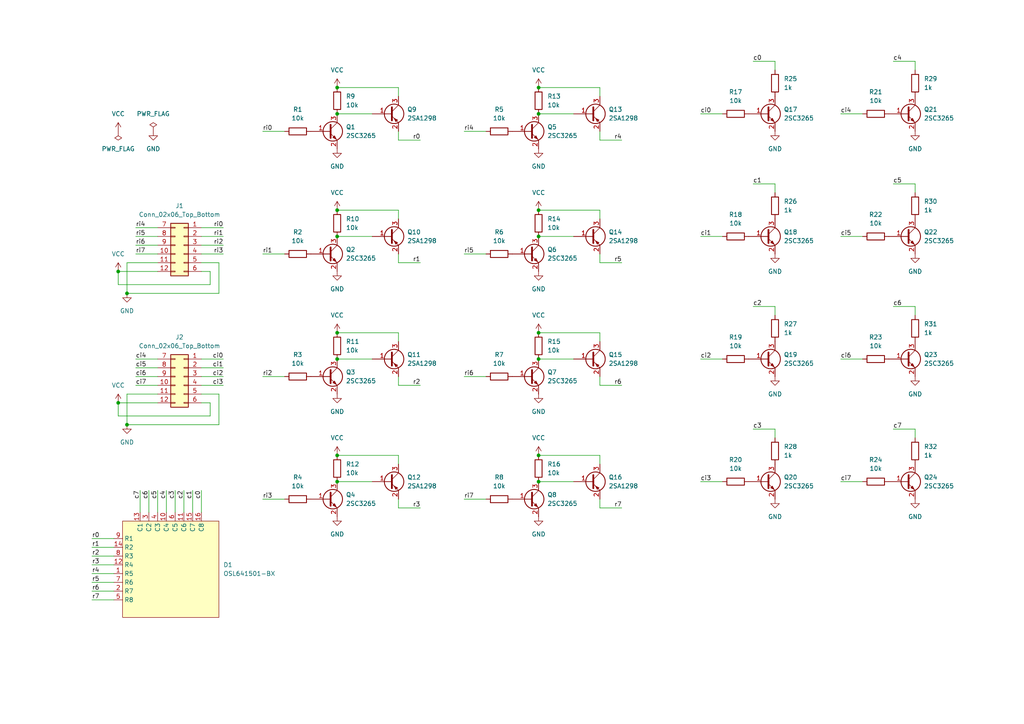
<source format=kicad_sch>
(kicad_sch (version 20211123) (generator eeschema)

  (uuid a8805906-6705-4ea6-a15f-9feff230a328)

  (paper "A4")

  (title_block
    (title "Dot Matrix LED Board")
    (rev "v1.0")
  )

  (lib_symbols
    (symbol "Connector_Generic:Conn_02x06_Top_Bottom" (pin_names (offset 1.016) hide) (in_bom yes) (on_board yes)
      (property "Reference" "J" (id 0) (at 1.27 7.62 0)
        (effects (font (size 1.27 1.27)))
      )
      (property "Value" "Conn_02x06_Top_Bottom" (id 1) (at 1.27 -10.16 0)
        (effects (font (size 1.27 1.27)))
      )
      (property "Footprint" "" (id 2) (at 0 0 0)
        (effects (font (size 1.27 1.27)) hide)
      )
      (property "Datasheet" "~" (id 3) (at 0 0 0)
        (effects (font (size 1.27 1.27)) hide)
      )
      (property "ki_keywords" "connector" (id 4) (at 0 0 0)
        (effects (font (size 1.27 1.27)) hide)
      )
      (property "ki_description" "Generic connector, double row, 02x06, top/bottom pin numbering scheme (row 1: 1...pins_per_row, row2: pins_per_row+1 ... num_pins), script generated (kicad-library-utils/schlib/autogen/connector/)" (id 5) (at 0 0 0)
        (effects (font (size 1.27 1.27)) hide)
      )
      (property "ki_fp_filters" "Connector*:*_2x??_*" (id 6) (at 0 0 0)
        (effects (font (size 1.27 1.27)) hide)
      )
      (symbol "Conn_02x06_Top_Bottom_1_1"
        (rectangle (start -1.27 -7.493) (end 0 -7.747)
          (stroke (width 0.1524) (type default) (color 0 0 0 0))
          (fill (type none))
        )
        (rectangle (start -1.27 -4.953) (end 0 -5.207)
          (stroke (width 0.1524) (type default) (color 0 0 0 0))
          (fill (type none))
        )
        (rectangle (start -1.27 -2.413) (end 0 -2.667)
          (stroke (width 0.1524) (type default) (color 0 0 0 0))
          (fill (type none))
        )
        (rectangle (start -1.27 0.127) (end 0 -0.127)
          (stroke (width 0.1524) (type default) (color 0 0 0 0))
          (fill (type none))
        )
        (rectangle (start -1.27 2.667) (end 0 2.413)
          (stroke (width 0.1524) (type default) (color 0 0 0 0))
          (fill (type none))
        )
        (rectangle (start -1.27 5.207) (end 0 4.953)
          (stroke (width 0.1524) (type default) (color 0 0 0 0))
          (fill (type none))
        )
        (rectangle (start -1.27 6.35) (end 3.81 -8.89)
          (stroke (width 0.254) (type default) (color 0 0 0 0))
          (fill (type background))
        )
        (rectangle (start 3.81 -7.493) (end 2.54 -7.747)
          (stroke (width 0.1524) (type default) (color 0 0 0 0))
          (fill (type none))
        )
        (rectangle (start 3.81 -4.953) (end 2.54 -5.207)
          (stroke (width 0.1524) (type default) (color 0 0 0 0))
          (fill (type none))
        )
        (rectangle (start 3.81 -2.413) (end 2.54 -2.667)
          (stroke (width 0.1524) (type default) (color 0 0 0 0))
          (fill (type none))
        )
        (rectangle (start 3.81 0.127) (end 2.54 -0.127)
          (stroke (width 0.1524) (type default) (color 0 0 0 0))
          (fill (type none))
        )
        (rectangle (start 3.81 2.667) (end 2.54 2.413)
          (stroke (width 0.1524) (type default) (color 0 0 0 0))
          (fill (type none))
        )
        (rectangle (start 3.81 5.207) (end 2.54 4.953)
          (stroke (width 0.1524) (type default) (color 0 0 0 0))
          (fill (type none))
        )
        (pin passive line (at -5.08 5.08 0) (length 3.81)
          (name "Pin_1" (effects (font (size 1.27 1.27))))
          (number "1" (effects (font (size 1.27 1.27))))
        )
        (pin passive line (at 7.62 -2.54 180) (length 3.81)
          (name "Pin_10" (effects (font (size 1.27 1.27))))
          (number "10" (effects (font (size 1.27 1.27))))
        )
        (pin passive line (at 7.62 -5.08 180) (length 3.81)
          (name "Pin_11" (effects (font (size 1.27 1.27))))
          (number "11" (effects (font (size 1.27 1.27))))
        )
        (pin passive line (at 7.62 -7.62 180) (length 3.81)
          (name "Pin_12" (effects (font (size 1.27 1.27))))
          (number "12" (effects (font (size 1.27 1.27))))
        )
        (pin passive line (at -5.08 2.54 0) (length 3.81)
          (name "Pin_2" (effects (font (size 1.27 1.27))))
          (number "2" (effects (font (size 1.27 1.27))))
        )
        (pin passive line (at -5.08 0 0) (length 3.81)
          (name "Pin_3" (effects (font (size 1.27 1.27))))
          (number "3" (effects (font (size 1.27 1.27))))
        )
        (pin passive line (at -5.08 -2.54 0) (length 3.81)
          (name "Pin_4" (effects (font (size 1.27 1.27))))
          (number "4" (effects (font (size 1.27 1.27))))
        )
        (pin passive line (at -5.08 -5.08 0) (length 3.81)
          (name "Pin_5" (effects (font (size 1.27 1.27))))
          (number "5" (effects (font (size 1.27 1.27))))
        )
        (pin passive line (at -5.08 -7.62 0) (length 3.81)
          (name "Pin_6" (effects (font (size 1.27 1.27))))
          (number "6" (effects (font (size 1.27 1.27))))
        )
        (pin passive line (at 7.62 5.08 180) (length 3.81)
          (name "Pin_7" (effects (font (size 1.27 1.27))))
          (number "7" (effects (font (size 1.27 1.27))))
        )
        (pin passive line (at 7.62 2.54 180) (length 3.81)
          (name "Pin_8" (effects (font (size 1.27 1.27))))
          (number "8" (effects (font (size 1.27 1.27))))
        )
        (pin passive line (at 7.62 0 180) (length 3.81)
          (name "Pin_9" (effects (font (size 1.27 1.27))))
          (number "9" (effects (font (size 1.27 1.27))))
        )
      )
    )
    (symbol "Device:Q_NPN_BEC" (pin_names (offset 0) hide) (in_bom yes) (on_board yes)
      (property "Reference" "Q" (id 0) (at 5.08 1.27 0)
        (effects (font (size 1.27 1.27)) (justify left))
      )
      (property "Value" "Q_NPN_BEC" (id 1) (at 5.08 -1.27 0)
        (effects (font (size 1.27 1.27)) (justify left))
      )
      (property "Footprint" "" (id 2) (at 5.08 2.54 0)
        (effects (font (size 1.27 1.27)) hide)
      )
      (property "Datasheet" "~" (id 3) (at 0 0 0)
        (effects (font (size 1.27 1.27)) hide)
      )
      (property "ki_keywords" "transistor NPN" (id 4) (at 0 0 0)
        (effects (font (size 1.27 1.27)) hide)
      )
      (property "ki_description" "NPN transistor, base/emitter/collector" (id 5) (at 0 0 0)
        (effects (font (size 1.27 1.27)) hide)
      )
      (symbol "Q_NPN_BEC_0_1"
        (polyline
          (pts
            (xy 0.635 0.635)
            (xy 2.54 2.54)
          )
          (stroke (width 0) (type default) (color 0 0 0 0))
          (fill (type none))
        )
        (polyline
          (pts
            (xy 0.635 -0.635)
            (xy 2.54 -2.54)
            (xy 2.54 -2.54)
          )
          (stroke (width 0) (type default) (color 0 0 0 0))
          (fill (type none))
        )
        (polyline
          (pts
            (xy 0.635 1.905)
            (xy 0.635 -1.905)
            (xy 0.635 -1.905)
          )
          (stroke (width 0.508) (type default) (color 0 0 0 0))
          (fill (type none))
        )
        (polyline
          (pts
            (xy 1.27 -1.778)
            (xy 1.778 -1.27)
            (xy 2.286 -2.286)
            (xy 1.27 -1.778)
            (xy 1.27 -1.778)
          )
          (stroke (width 0) (type default) (color 0 0 0 0))
          (fill (type outline))
        )
        (circle (center 1.27 0) (radius 2.8194)
          (stroke (width 0.254) (type default) (color 0 0 0 0))
          (fill (type none))
        )
      )
      (symbol "Q_NPN_BEC_1_1"
        (pin input line (at -5.08 0 0) (length 5.715)
          (name "B" (effects (font (size 1.27 1.27))))
          (number "1" (effects (font (size 1.27 1.27))))
        )
        (pin passive line (at 2.54 -5.08 90) (length 2.54)
          (name "E" (effects (font (size 1.27 1.27))))
          (number "2" (effects (font (size 1.27 1.27))))
        )
        (pin passive line (at 2.54 5.08 270) (length 2.54)
          (name "C" (effects (font (size 1.27 1.27))))
          (number "3" (effects (font (size 1.27 1.27))))
        )
      )
    )
    (symbol "Device:Q_PNP_BEC" (pin_names (offset 0) hide) (in_bom yes) (on_board yes)
      (property "Reference" "Q" (id 0) (at 5.08 1.27 0)
        (effects (font (size 1.27 1.27)) (justify left))
      )
      (property "Value" "Q_PNP_BEC" (id 1) (at 5.08 -1.27 0)
        (effects (font (size 1.27 1.27)) (justify left))
      )
      (property "Footprint" "" (id 2) (at 5.08 2.54 0)
        (effects (font (size 1.27 1.27)) hide)
      )
      (property "Datasheet" "~" (id 3) (at 0 0 0)
        (effects (font (size 1.27 1.27)) hide)
      )
      (property "ki_keywords" "transistor PNP" (id 4) (at 0 0 0)
        (effects (font (size 1.27 1.27)) hide)
      )
      (property "ki_description" "PNP transistor, base/emitter/collector" (id 5) (at 0 0 0)
        (effects (font (size 1.27 1.27)) hide)
      )
      (symbol "Q_PNP_BEC_0_1"
        (polyline
          (pts
            (xy 0.635 0.635)
            (xy 2.54 2.54)
          )
          (stroke (width 0) (type default) (color 0 0 0 0))
          (fill (type none))
        )
        (polyline
          (pts
            (xy 0.635 -0.635)
            (xy 2.54 -2.54)
            (xy 2.54 -2.54)
          )
          (stroke (width 0) (type default) (color 0 0 0 0))
          (fill (type none))
        )
        (polyline
          (pts
            (xy 0.635 1.905)
            (xy 0.635 -1.905)
            (xy 0.635 -1.905)
          )
          (stroke (width 0.508) (type default) (color 0 0 0 0))
          (fill (type none))
        )
        (polyline
          (pts
            (xy 2.286 -1.778)
            (xy 1.778 -2.286)
            (xy 1.27 -1.27)
            (xy 2.286 -1.778)
            (xy 2.286 -1.778)
          )
          (stroke (width 0) (type default) (color 0 0 0 0))
          (fill (type outline))
        )
        (circle (center 1.27 0) (radius 2.8194)
          (stroke (width 0.254) (type default) (color 0 0 0 0))
          (fill (type none))
        )
      )
      (symbol "Q_PNP_BEC_1_1"
        (pin input line (at -5.08 0 0) (length 5.715)
          (name "B" (effects (font (size 1.27 1.27))))
          (number "1" (effects (font (size 1.27 1.27))))
        )
        (pin passive line (at 2.54 -5.08 90) (length 2.54)
          (name "E" (effects (font (size 1.27 1.27))))
          (number "2" (effects (font (size 1.27 1.27))))
        )
        (pin passive line (at 2.54 5.08 270) (length 2.54)
          (name "C" (effects (font (size 1.27 1.27))))
          (number "3" (effects (font (size 1.27 1.27))))
        )
      )
    )
    (symbol "Device:R" (pin_numbers hide) (pin_names (offset 0)) (in_bom yes) (on_board yes)
      (property "Reference" "R" (id 0) (at 2.032 0 90)
        (effects (font (size 1.27 1.27)))
      )
      (property "Value" "R" (id 1) (at 0 0 90)
        (effects (font (size 1.27 1.27)))
      )
      (property "Footprint" "" (id 2) (at -1.778 0 90)
        (effects (font (size 1.27 1.27)) hide)
      )
      (property "Datasheet" "~" (id 3) (at 0 0 0)
        (effects (font (size 1.27 1.27)) hide)
      )
      (property "ki_keywords" "R res resistor" (id 4) (at 0 0 0)
        (effects (font (size 1.27 1.27)) hide)
      )
      (property "ki_description" "Resistor" (id 5) (at 0 0 0)
        (effects (font (size 1.27 1.27)) hide)
      )
      (property "ki_fp_filters" "R_*" (id 6) (at 0 0 0)
        (effects (font (size 1.27 1.27)) hide)
      )
      (symbol "R_0_1"
        (rectangle (start -1.016 -2.54) (end 1.016 2.54)
          (stroke (width 0.254) (type default) (color 0 0 0 0))
          (fill (type none))
        )
      )
      (symbol "R_1_1"
        (pin passive line (at 0 3.81 270) (length 1.27)
          (name "~" (effects (font (size 1.27 1.27))))
          (number "1" (effects (font (size 1.27 1.27))))
        )
        (pin passive line (at 0 -3.81 90) (length 1.27)
          (name "~" (effects (font (size 1.27 1.27))))
          (number "2" (effects (font (size 1.27 1.27))))
        )
      )
    )
    (symbol "MyLibrary:OSL641501-BX" (in_bom yes) (on_board yes)
      (property "Reference" "D" (id 0) (at 0 2.54 0)
        (effects (font (size 1.27 1.27)))
      )
      (property "Value" "OSL641501-BX" (id 1) (at 0 -2.54 0)
        (effects (font (size 1.27 1.27)))
      )
      (property "Footprint" "" (id 2) (at -6.35 0 0)
        (effects (font (size 1.27 1.27)) hide)
      )
      (property "Datasheet" "" (id 3) (at -6.35 0 0)
        (effects (font (size 1.27 1.27)) hide)
      )
      (symbol "OSL641501-BX_0_1"
        (rectangle (start -13.97 13.97) (end 13.97 -13.97)
          (stroke (width 0) (type default) (color 0 0 0 0))
          (fill (type background))
        )
      )
      (symbol "OSL641501-BX_1_1"
        (pin input line (at -16.51 -1.27 0) (length 2.54)
          (name "R5" (effects (font (size 1.27 1.27))))
          (number "1" (effects (font (size 1.27 1.27))))
        )
        (pin input line (at -1.27 16.51 270) (length 2.54)
          (name "C4" (effects (font (size 1.27 1.27))))
          (number "10" (effects (font (size 1.27 1.27))))
        )
        (pin input line (at 3.81 16.51 270) (length 2.54)
          (name "C6" (effects (font (size 1.27 1.27))))
          (number "11" (effects (font (size 1.27 1.27))))
        )
        (pin input line (at -16.51 1.27 0) (length 2.54)
          (name "R4" (effects (font (size 1.27 1.27))))
          (number "12" (effects (font (size 1.27 1.27))))
        )
        (pin input line (at -8.89 16.51 270) (length 2.54)
          (name "C1" (effects (font (size 1.27 1.27))))
          (number "13" (effects (font (size 1.27 1.27))))
        )
        (pin input line (at -16.51 6.35 0) (length 2.54)
          (name "R2" (effects (font (size 1.27 1.27))))
          (number "14" (effects (font (size 1.27 1.27))))
        )
        (pin input line (at 6.35 16.51 270) (length 2.54)
          (name "C7" (effects (font (size 1.27 1.27))))
          (number "15" (effects (font (size 1.27 1.27))))
        )
        (pin input line (at 8.89 16.51 270) (length 2.54)
          (name "C8" (effects (font (size 1.27 1.27))))
          (number "16" (effects (font (size 1.27 1.27))))
        )
        (pin input line (at -16.51 -6.35 0) (length 2.54)
          (name "R7" (effects (font (size 1.27 1.27))))
          (number "2" (effects (font (size 1.27 1.27))))
        )
        (pin input line (at -6.35 16.51 270) (length 2.54)
          (name "C2" (effects (font (size 1.27 1.27))))
          (number "3" (effects (font (size 1.27 1.27))))
        )
        (pin input line (at -3.81 16.51 270) (length 2.54)
          (name "C3" (effects (font (size 1.27 1.27))))
          (number "4" (effects (font (size 1.27 1.27))))
        )
        (pin input line (at -16.51 -8.89 0) (length 2.54)
          (name "R8" (effects (font (size 1.27 1.27))))
          (number "5" (effects (font (size 1.27 1.27))))
        )
        (pin input line (at 1.27 16.51 270) (length 2.54)
          (name "C5" (effects (font (size 1.27 1.27))))
          (number "6" (effects (font (size 1.27 1.27))))
        )
        (pin input line (at -16.51 -3.81 0) (length 2.54)
          (name "R6" (effects (font (size 1.27 1.27))))
          (number "7" (effects (font (size 1.27 1.27))))
        )
        (pin input line (at -16.51 3.81 0) (length 2.54)
          (name "R3" (effects (font (size 1.27 1.27))))
          (number "8" (effects (font (size 1.27 1.27))))
        )
        (pin input line (at -16.51 8.89 0) (length 2.54)
          (name "R1" (effects (font (size 1.27 1.27))))
          (number "9" (effects (font (size 1.27 1.27))))
        )
      )
    )
    (symbol "power:GND" (power) (pin_names (offset 0)) (in_bom yes) (on_board yes)
      (property "Reference" "#PWR" (id 0) (at 0 -6.35 0)
        (effects (font (size 1.27 1.27)) hide)
      )
      (property "Value" "GND" (id 1) (at 0 -3.81 0)
        (effects (font (size 1.27 1.27)))
      )
      (property "Footprint" "" (id 2) (at 0 0 0)
        (effects (font (size 1.27 1.27)) hide)
      )
      (property "Datasheet" "" (id 3) (at 0 0 0)
        (effects (font (size 1.27 1.27)) hide)
      )
      (property "ki_keywords" "power-flag" (id 4) (at 0 0 0)
        (effects (font (size 1.27 1.27)) hide)
      )
      (property "ki_description" "Power symbol creates a global label with name \"GND\" , ground" (id 5) (at 0 0 0)
        (effects (font (size 1.27 1.27)) hide)
      )
      (symbol "GND_0_1"
        (polyline
          (pts
            (xy 0 0)
            (xy 0 -1.27)
            (xy 1.27 -1.27)
            (xy 0 -2.54)
            (xy -1.27 -1.27)
            (xy 0 -1.27)
          )
          (stroke (width 0) (type default) (color 0 0 0 0))
          (fill (type none))
        )
      )
      (symbol "GND_1_1"
        (pin power_in line (at 0 0 270) (length 0) hide
          (name "GND" (effects (font (size 1.27 1.27))))
          (number "1" (effects (font (size 1.27 1.27))))
        )
      )
    )
    (symbol "power:PWR_FLAG" (power) (pin_numbers hide) (pin_names (offset 0) hide) (in_bom yes) (on_board yes)
      (property "Reference" "#FLG" (id 0) (at 0 1.905 0)
        (effects (font (size 1.27 1.27)) hide)
      )
      (property "Value" "PWR_FLAG" (id 1) (at 0 3.81 0)
        (effects (font (size 1.27 1.27)))
      )
      (property "Footprint" "" (id 2) (at 0 0 0)
        (effects (font (size 1.27 1.27)) hide)
      )
      (property "Datasheet" "~" (id 3) (at 0 0 0)
        (effects (font (size 1.27 1.27)) hide)
      )
      (property "ki_keywords" "power-flag" (id 4) (at 0 0 0)
        (effects (font (size 1.27 1.27)) hide)
      )
      (property "ki_description" "Special symbol for telling ERC where power comes from" (id 5) (at 0 0 0)
        (effects (font (size 1.27 1.27)) hide)
      )
      (symbol "PWR_FLAG_0_0"
        (pin power_out line (at 0 0 90) (length 0)
          (name "pwr" (effects (font (size 1.27 1.27))))
          (number "1" (effects (font (size 1.27 1.27))))
        )
      )
      (symbol "PWR_FLAG_0_1"
        (polyline
          (pts
            (xy 0 0)
            (xy 0 1.27)
            (xy -1.016 1.905)
            (xy 0 2.54)
            (xy 1.016 1.905)
            (xy 0 1.27)
          )
          (stroke (width 0) (type default) (color 0 0 0 0))
          (fill (type none))
        )
      )
    )
    (symbol "power:VCC" (power) (pin_names (offset 0)) (in_bom yes) (on_board yes)
      (property "Reference" "#PWR" (id 0) (at 0 -3.81 0)
        (effects (font (size 1.27 1.27)) hide)
      )
      (property "Value" "VCC" (id 1) (at 0 3.81 0)
        (effects (font (size 1.27 1.27)))
      )
      (property "Footprint" "" (id 2) (at 0 0 0)
        (effects (font (size 1.27 1.27)) hide)
      )
      (property "Datasheet" "" (id 3) (at 0 0 0)
        (effects (font (size 1.27 1.27)) hide)
      )
      (property "ki_keywords" "power-flag" (id 4) (at 0 0 0)
        (effects (font (size 1.27 1.27)) hide)
      )
      (property "ki_description" "Power symbol creates a global label with name \"VCC\"" (id 5) (at 0 0 0)
        (effects (font (size 1.27 1.27)) hide)
      )
      (symbol "VCC_0_1"
        (polyline
          (pts
            (xy -0.762 1.27)
            (xy 0 2.54)
          )
          (stroke (width 0) (type default) (color 0 0 0 0))
          (fill (type none))
        )
        (polyline
          (pts
            (xy 0 0)
            (xy 0 2.54)
          )
          (stroke (width 0) (type default) (color 0 0 0 0))
          (fill (type none))
        )
        (polyline
          (pts
            (xy 0 2.54)
            (xy 0.762 1.27)
          )
          (stroke (width 0) (type default) (color 0 0 0 0))
          (fill (type none))
        )
      )
      (symbol "VCC_1_1"
        (pin power_in line (at 0 0 90) (length 0) hide
          (name "VCC" (effects (font (size 1.27 1.27))))
          (number "1" (effects (font (size 1.27 1.27))))
        )
      )
    )
  )

  (junction (at 97.79 60.96) (diameter 0) (color 0 0 0 0)
    (uuid 08338545-3083-4c8c-bade-c092b3140d61)
  )
  (junction (at 97.79 139.7) (diameter 0) (color 0 0 0 0)
    (uuid 096da47d-db2a-4557-b5b9-d71c1970aa77)
  )
  (junction (at 36.83 123.19) (diameter 0) (color 0 0 0 0)
    (uuid 22bf7f77-9842-427e-b972-6ffd84bff669)
  )
  (junction (at 97.79 33.02) (diameter 0) (color 0 0 0 0)
    (uuid 46b881d0-2d55-419e-8feb-1b2e7875e119)
  )
  (junction (at 156.21 139.7) (diameter 0) (color 0 0 0 0)
    (uuid 47e35e93-155e-437b-8cd2-16c5b58a73ab)
  )
  (junction (at 156.21 25.4) (diameter 0) (color 0 0 0 0)
    (uuid 58837593-3ca6-485e-9a6d-b99df50cf789)
  )
  (junction (at 34.29 116.84) (diameter 0) (color 0 0 0 0)
    (uuid 5c4eb0a3-b649-41b3-be00-773f0aa79dfc)
  )
  (junction (at 97.79 68.58) (diameter 0) (color 0 0 0 0)
    (uuid 7d422ee3-de89-4580-8007-6e7020acac5e)
  )
  (junction (at 34.29 78.74) (diameter 0) (color 0 0 0 0)
    (uuid 93b4e0d5-bddf-4eb1-963a-abb262a81401)
  )
  (junction (at 156.21 96.52) (diameter 0) (color 0 0 0 0)
    (uuid 94ea7b82-4de2-45c3-8899-594c5c591311)
  )
  (junction (at 156.21 104.14) (diameter 0) (color 0 0 0 0)
    (uuid 997a18d0-55b3-4e3c-a4d6-e57c2db3f51a)
  )
  (junction (at 36.83 85.09) (diameter 0) (color 0 0 0 0)
    (uuid ae388524-a749-450b-a2e9-83f3a027a2ba)
  )
  (junction (at 97.79 96.52) (diameter 0) (color 0 0 0 0)
    (uuid b590bc5d-2013-4098-9f63-b8b73c08a746)
  )
  (junction (at 156.21 132.08) (diameter 0) (color 0 0 0 0)
    (uuid b62d2d8e-cfd7-4119-924b-252a4b044681)
  )
  (junction (at 97.79 132.08) (diameter 0) (color 0 0 0 0)
    (uuid b7f63923-4078-4e11-8146-7d03f1e1eb7a)
  )
  (junction (at 97.79 104.14) (diameter 0) (color 0 0 0 0)
    (uuid c8669627-6588-41e1-8d2d-aea6a5866c5e)
  )
  (junction (at 156.21 68.58) (diameter 0) (color 0 0 0 0)
    (uuid d775b3e8-2c26-4748-b778-b5e92cac2bc5)
  )
  (junction (at 97.79 25.4) (diameter 0) (color 0 0 0 0)
    (uuid df6f74c7-6dbc-4b88-919f-aa08f870bc07)
  )
  (junction (at 156.21 60.96) (diameter 0) (color 0 0 0 0)
    (uuid e43ed9ca-0345-4235-a15d-317c5c9911a0)
  )
  (junction (at 156.21 33.02) (diameter 0) (color 0 0 0 0)
    (uuid faa386e5-19de-4fcb-a755-d5f5dc80eb55)
  )

  (wire (pts (xy 115.57 63.5) (xy 115.57 60.96))
    (stroke (width 0) (type default) (color 0 0 0 0))
    (uuid 0007a0e0-e941-41ab-8669-035ddcf48583)
  )
  (wire (pts (xy 58.42 116.84) (xy 60.96 116.84))
    (stroke (width 0) (type default) (color 0 0 0 0))
    (uuid 0091904d-4c28-4087-b243-aa44d7e1670e)
  )
  (wire (pts (xy 115.57 147.32) (xy 121.92 147.32))
    (stroke (width 0) (type default) (color 0 0 0 0))
    (uuid 0106db29-d834-402d-8074-b11972e240b6)
  )
  (wire (pts (xy 63.5 114.3) (xy 63.5 123.19))
    (stroke (width 0) (type default) (color 0 0 0 0))
    (uuid 03b3c1ba-daa7-4ff4-a113-506cdac86a68)
  )
  (wire (pts (xy 218.44 53.34) (xy 224.79 53.34))
    (stroke (width 0) (type default) (color 0 0 0 0))
    (uuid 069666f9-eeda-41bc-803f-eb0fde7a8e6f)
  )
  (wire (pts (xy 173.99 111.76) (xy 180.34 111.76))
    (stroke (width 0) (type default) (color 0 0 0 0))
    (uuid 0c0fe244-e582-41c0-a99d-2ce179b8749b)
  )
  (wire (pts (xy 58.42 76.2) (xy 63.5 76.2))
    (stroke (width 0) (type default) (color 0 0 0 0))
    (uuid 0d8bee0d-fd3e-477c-b5fa-eab484c7bdbc)
  )
  (wire (pts (xy 134.62 144.78) (xy 140.97 144.78))
    (stroke (width 0) (type default) (color 0 0 0 0))
    (uuid 0ee9b138-ab2f-4ce8-8fbd-49ed8c32ea3c)
  )
  (wire (pts (xy 173.99 109.22) (xy 173.99 111.76))
    (stroke (width 0) (type default) (color 0 0 0 0))
    (uuid 0f0a1a3e-32aa-40df-8473-44c161a2fa3f)
  )
  (wire (pts (xy 58.42 104.14) (xy 64.77 104.14))
    (stroke (width 0) (type default) (color 0 0 0 0))
    (uuid 0f3bab90-47af-4249-b154-5ba01c2030a2)
  )
  (wire (pts (xy 259.08 88.9) (xy 265.43 88.9))
    (stroke (width 0) (type default) (color 0 0 0 0))
    (uuid 100e54dd-60f3-47b4-b45d-089e43912c7a)
  )
  (wire (pts (xy 58.42 78.74) (xy 60.96 78.74))
    (stroke (width 0) (type default) (color 0 0 0 0))
    (uuid 10c5e47d-1d6b-4f18-9944-4fbe1de2975c)
  )
  (wire (pts (xy 224.79 91.44) (xy 224.79 88.9))
    (stroke (width 0) (type default) (color 0 0 0 0))
    (uuid 168367c6-ce20-4a6c-a819-9b5fccbccf58)
  )
  (wire (pts (xy 115.57 76.2) (xy 121.92 76.2))
    (stroke (width 0) (type default) (color 0 0 0 0))
    (uuid 17a68540-6a4b-406b-947a-2d5da9b200ea)
  )
  (wire (pts (xy 173.99 38.1) (xy 173.99 40.64))
    (stroke (width 0) (type default) (color 0 0 0 0))
    (uuid 17cf55e3-0d2e-4be1-84b0-0a49c32bfd62)
  )
  (wire (pts (xy 134.62 73.66) (xy 140.97 73.66))
    (stroke (width 0) (type default) (color 0 0 0 0))
    (uuid 1afa5f55-8a2c-4573-9853-09d9c657bc1a)
  )
  (wire (pts (xy 58.42 114.3) (xy 63.5 114.3))
    (stroke (width 0) (type default) (color 0 0 0 0))
    (uuid 1f444ca1-a0b2-476b-80e3-bd56919bb81e)
  )
  (wire (pts (xy 58.42 66.04) (xy 64.77 66.04))
    (stroke (width 0) (type default) (color 0 0 0 0))
    (uuid 23855529-afb0-4ca0-b95f-ca246d7aa4ba)
  )
  (wire (pts (xy 53.34 142.24) (xy 53.34 148.59))
    (stroke (width 0) (type default) (color 0 0 0 0))
    (uuid 244a9895-18e5-4101-af73-48348afd0c5f)
  )
  (wire (pts (xy 63.5 76.2) (xy 63.5 85.09))
    (stroke (width 0) (type default) (color 0 0 0 0))
    (uuid 24a623f3-8ebb-44bf-bba1-00e6acf5ac23)
  )
  (wire (pts (xy 224.79 55.88) (xy 224.79 53.34))
    (stroke (width 0) (type default) (color 0 0 0 0))
    (uuid 274b642d-d687-41ab-b9d7-592889e25670)
  )
  (wire (pts (xy 39.37 73.66) (xy 45.72 73.66))
    (stroke (width 0) (type default) (color 0 0 0 0))
    (uuid 307e4ae0-ad47-4e27-95be-c66d5376ab31)
  )
  (wire (pts (xy 76.2 38.1) (xy 82.55 38.1))
    (stroke (width 0) (type default) (color 0 0 0 0))
    (uuid 357104e7-2267-4828-8dad-af79b96e6ab5)
  )
  (wire (pts (xy 115.57 134.62) (xy 115.57 132.08))
    (stroke (width 0) (type default) (color 0 0 0 0))
    (uuid 3617e8b0-8522-4c1b-b36c-42058715dd20)
  )
  (wire (pts (xy 115.57 109.22) (xy 115.57 111.76))
    (stroke (width 0) (type default) (color 0 0 0 0))
    (uuid 3624ab84-a3cb-4d39-995e-132f0fc45b7a)
  )
  (wire (pts (xy 115.57 111.76) (xy 121.92 111.76))
    (stroke (width 0) (type default) (color 0 0 0 0))
    (uuid 37a52ea6-aaf3-4713-a39c-f16bd6754eda)
  )
  (wire (pts (xy 50.8 142.24) (xy 50.8 148.59))
    (stroke (width 0) (type default) (color 0 0 0 0))
    (uuid 38d52e28-c355-4352-b2e3-5aea7056c81f)
  )
  (wire (pts (xy 173.99 63.5) (xy 173.99 60.96))
    (stroke (width 0) (type default) (color 0 0 0 0))
    (uuid 3f0519f1-a7c3-4e75-b694-40dbb0e8cf23)
  )
  (wire (pts (xy 173.99 76.2) (xy 180.34 76.2))
    (stroke (width 0) (type default) (color 0 0 0 0))
    (uuid 449de758-af32-4cfa-9e00-9c3b7a66e2e2)
  )
  (wire (pts (xy 218.44 17.78) (xy 224.79 17.78))
    (stroke (width 0) (type default) (color 0 0 0 0))
    (uuid 44fc25dc-e0b8-4509-b010-34963fa484e2)
  )
  (wire (pts (xy 173.99 132.08) (xy 156.21 132.08))
    (stroke (width 0) (type default) (color 0 0 0 0))
    (uuid 4a9f7001-b23e-4363-b3dc-1ef19682225f)
  )
  (wire (pts (xy 58.42 73.66) (xy 64.77 73.66))
    (stroke (width 0) (type default) (color 0 0 0 0))
    (uuid 4b98bc01-c9c9-44d5-a4f8-9ddf6330731f)
  )
  (wire (pts (xy 243.84 33.02) (xy 250.19 33.02))
    (stroke (width 0) (type default) (color 0 0 0 0))
    (uuid 4bc56b45-b8ec-4681-903c-afd38c2a37a9)
  )
  (wire (pts (xy 265.43 91.44) (xy 265.43 88.9))
    (stroke (width 0) (type default) (color 0 0 0 0))
    (uuid 4caf8e8c-87bf-4679-a5a7-5412a20bddac)
  )
  (wire (pts (xy 76.2 144.78) (xy 82.55 144.78))
    (stroke (width 0) (type default) (color 0 0 0 0))
    (uuid 4ccc4b9f-8342-4f41-a98e-fc7be453a825)
  )
  (wire (pts (xy 134.62 38.1) (xy 140.97 38.1))
    (stroke (width 0) (type default) (color 0 0 0 0))
    (uuid 4d2e5578-a769-4b0c-8884-8494e0a4f6c6)
  )
  (wire (pts (xy 39.37 66.04) (xy 45.72 66.04))
    (stroke (width 0) (type default) (color 0 0 0 0))
    (uuid 4e4f0389-2460-4c2f-9ea8-8cfa51943617)
  )
  (wire (pts (xy 243.84 139.7) (xy 250.19 139.7))
    (stroke (width 0) (type default) (color 0 0 0 0))
    (uuid 505652f2-a2a0-4dd1-b950-8a96bf8aaf84)
  )
  (wire (pts (xy 48.26 142.24) (xy 48.26 148.59))
    (stroke (width 0) (type default) (color 0 0 0 0))
    (uuid 53689837-cd2e-4738-a505-7f0f3d49663b)
  )
  (wire (pts (xy 34.29 78.74) (xy 34.29 82.55))
    (stroke (width 0) (type default) (color 0 0 0 0))
    (uuid 567d403b-7444-488e-ba6a-47f719b31f7f)
  )
  (wire (pts (xy 173.99 99.06) (xy 173.99 96.52))
    (stroke (width 0) (type default) (color 0 0 0 0))
    (uuid 57ff42ab-40db-4902-9112-771b13eaad7a)
  )
  (wire (pts (xy 265.43 20.32) (xy 265.43 17.78))
    (stroke (width 0) (type default) (color 0 0 0 0))
    (uuid 587349f9-d8f3-482e-9ca5-f96f2de3c594)
  )
  (wire (pts (xy 58.42 111.76) (xy 64.77 111.76))
    (stroke (width 0) (type default) (color 0 0 0 0))
    (uuid 58b31a51-421d-4a72-b6f0-311be57254cd)
  )
  (wire (pts (xy 45.72 76.2) (xy 36.83 76.2))
    (stroke (width 0) (type default) (color 0 0 0 0))
    (uuid 5a494fc2-5f6d-4963-bbcd-3babca2f3849)
  )
  (wire (pts (xy 265.43 127) (xy 265.43 124.46))
    (stroke (width 0) (type default) (color 0 0 0 0))
    (uuid 5b4a0d43-c32f-4091-8682-f81c42f136bb)
  )
  (wire (pts (xy 40.64 142.24) (xy 40.64 148.59))
    (stroke (width 0) (type default) (color 0 0 0 0))
    (uuid 5c11a3a7-6327-429f-941f-8b192a9642b0)
  )
  (wire (pts (xy 173.99 60.96) (xy 156.21 60.96))
    (stroke (width 0) (type default) (color 0 0 0 0))
    (uuid 5c2f7120-2278-45a9-b968-1cbdfe350cd6)
  )
  (wire (pts (xy 115.57 144.78) (xy 115.57 147.32))
    (stroke (width 0) (type default) (color 0 0 0 0))
    (uuid 5cf04621-2344-4d80-a97f-45b514527429)
  )
  (wire (pts (xy 34.29 78.74) (xy 45.72 78.74))
    (stroke (width 0) (type default) (color 0 0 0 0))
    (uuid 5cf3784f-a598-491e-b7b8-245cb7170dc8)
  )
  (wire (pts (xy 43.18 142.24) (xy 43.18 148.59))
    (stroke (width 0) (type default) (color 0 0 0 0))
    (uuid 5e50b1ed-60f9-4373-b636-9af463d8a28b)
  )
  (wire (pts (xy 173.99 40.64) (xy 180.34 40.64))
    (stroke (width 0) (type default) (color 0 0 0 0))
    (uuid 5e71edf8-608e-444e-bbe9-76ea2fe48944)
  )
  (wire (pts (xy 34.29 116.84) (xy 34.29 120.65))
    (stroke (width 0) (type default) (color 0 0 0 0))
    (uuid 5ed495df-93be-4f58-b2bb-b166a928c992)
  )
  (wire (pts (xy 39.37 106.68) (xy 45.72 106.68))
    (stroke (width 0) (type default) (color 0 0 0 0))
    (uuid 5f91398f-306b-4967-9706-e3cc371d0f6f)
  )
  (wire (pts (xy 26.67 166.37) (xy 33.02 166.37))
    (stroke (width 0) (type default) (color 0 0 0 0))
    (uuid 5ff98951-ceb8-4c57-9b43-2240c64b82a6)
  )
  (wire (pts (xy 97.79 139.7) (xy 107.95 139.7))
    (stroke (width 0) (type default) (color 0 0 0 0))
    (uuid 6143c4cd-182e-4a2e-887b-bd0563565dc6)
  )
  (wire (pts (xy 203.2 104.14) (xy 209.55 104.14))
    (stroke (width 0) (type default) (color 0 0 0 0))
    (uuid 6248dd73-d1d7-468a-b3c5-b262e949fbc5)
  )
  (wire (pts (xy 45.72 114.3) (xy 36.83 114.3))
    (stroke (width 0) (type default) (color 0 0 0 0))
    (uuid 67f3a2e6-3d00-44f0-8062-0da93e56cfff)
  )
  (wire (pts (xy 203.2 68.58) (xy 209.55 68.58))
    (stroke (width 0) (type default) (color 0 0 0 0))
    (uuid 68256064-42ae-49d1-8636-f2198802a730)
  )
  (wire (pts (xy 173.99 144.78) (xy 173.99 147.32))
    (stroke (width 0) (type default) (color 0 0 0 0))
    (uuid 6857c648-adf5-4d27-b941-34b6418c84cd)
  )
  (wire (pts (xy 115.57 132.08) (xy 97.79 132.08))
    (stroke (width 0) (type default) (color 0 0 0 0))
    (uuid 69e5e5b5-0f38-4fd8-8690-de962f3b6f8a)
  )
  (wire (pts (xy 173.99 147.32) (xy 180.34 147.32))
    (stroke (width 0) (type default) (color 0 0 0 0))
    (uuid 6c23a7cb-cc32-4b0f-a8c2-05549effb9c6)
  )
  (wire (pts (xy 45.72 142.24) (xy 45.72 148.59))
    (stroke (width 0) (type default) (color 0 0 0 0))
    (uuid 6f17fbc9-a1b6-49de-88ce-3f591456b263)
  )
  (wire (pts (xy 218.44 88.9) (xy 224.79 88.9))
    (stroke (width 0) (type default) (color 0 0 0 0))
    (uuid 70c2f85c-a417-422c-9141-9b9b60aaa81a)
  )
  (wire (pts (xy 39.37 111.76) (xy 45.72 111.76))
    (stroke (width 0) (type default) (color 0 0 0 0))
    (uuid 72b84626-2fa5-4d78-8448-b822ad72fe58)
  )
  (wire (pts (xy 60.96 82.55) (xy 34.29 82.55))
    (stroke (width 0) (type default) (color 0 0 0 0))
    (uuid 73295886-f1d8-4973-b6be-0821d4c9aefb)
  )
  (wire (pts (xy 259.08 124.46) (xy 265.43 124.46))
    (stroke (width 0) (type default) (color 0 0 0 0))
    (uuid 74b47c77-4c0c-4118-a5b0-e768ad81a867)
  )
  (wire (pts (xy 58.42 109.22) (xy 64.77 109.22))
    (stroke (width 0) (type default) (color 0 0 0 0))
    (uuid 7506c56a-c9ba-4ef4-958f-9ddf87ce8320)
  )
  (wire (pts (xy 203.2 139.7) (xy 209.55 139.7))
    (stroke (width 0) (type default) (color 0 0 0 0))
    (uuid 763b7895-42ef-4b78-95a1-0e3e0ff2c3ba)
  )
  (wire (pts (xy 58.42 142.24) (xy 58.42 148.59))
    (stroke (width 0) (type default) (color 0 0 0 0))
    (uuid 76418634-31ee-4244-b36a-cebafd3c0283)
  )
  (wire (pts (xy 58.42 68.58) (xy 64.77 68.58))
    (stroke (width 0) (type default) (color 0 0 0 0))
    (uuid 76579357-9780-4c04-8cc9-20a98bc802b9)
  )
  (wire (pts (xy 26.67 163.83) (xy 33.02 163.83))
    (stroke (width 0) (type default) (color 0 0 0 0))
    (uuid 7f54227d-ba05-4fb6-9b16-6eb2c85ff11b)
  )
  (wire (pts (xy 115.57 73.66) (xy 115.57 76.2))
    (stroke (width 0) (type default) (color 0 0 0 0))
    (uuid 800c01b2-ccff-4ee2-8641-b92efd78e3b4)
  )
  (wire (pts (xy 63.5 85.09) (xy 36.83 85.09))
    (stroke (width 0) (type default) (color 0 0 0 0))
    (uuid 8420e87a-7e60-4bac-a201-3116122ede00)
  )
  (wire (pts (xy 265.43 55.88) (xy 265.43 53.34))
    (stroke (width 0) (type default) (color 0 0 0 0))
    (uuid 843bc97c-af98-4db6-acd9-03477a2786dc)
  )
  (wire (pts (xy 58.42 106.68) (xy 64.77 106.68))
    (stroke (width 0) (type default) (color 0 0 0 0))
    (uuid 871f109d-7667-49da-8f19-2223f9e72001)
  )
  (wire (pts (xy 97.79 104.14) (xy 107.95 104.14))
    (stroke (width 0) (type default) (color 0 0 0 0))
    (uuid 87b3f9d6-ef91-46e7-8980-8767ed74cf6d)
  )
  (wire (pts (xy 115.57 25.4) (xy 97.79 25.4))
    (stroke (width 0) (type default) (color 0 0 0 0))
    (uuid 8a9ae8b4-c0dd-4fad-9d1c-59321d4be64d)
  )
  (wire (pts (xy 173.99 96.52) (xy 156.21 96.52))
    (stroke (width 0) (type default) (color 0 0 0 0))
    (uuid 8f73ede2-4fa3-467f-ab81-a02cae667d4a)
  )
  (wire (pts (xy 173.99 27.94) (xy 173.99 25.4))
    (stroke (width 0) (type default) (color 0 0 0 0))
    (uuid 8f8a8880-a3e4-4ccc-9aba-819a89e487eb)
  )
  (wire (pts (xy 115.57 96.52) (xy 97.79 96.52))
    (stroke (width 0) (type default) (color 0 0 0 0))
    (uuid 91650d20-70a3-4158-acb1-f16fd4a780bb)
  )
  (wire (pts (xy 97.79 33.02) (xy 107.95 33.02))
    (stroke (width 0) (type default) (color 0 0 0 0))
    (uuid 9219b83d-b510-4fa6-8239-3033e78f546a)
  )
  (wire (pts (xy 26.67 168.91) (xy 33.02 168.91))
    (stroke (width 0) (type default) (color 0 0 0 0))
    (uuid 9446be0a-c628-4e89-9e17-850569618d5c)
  )
  (wire (pts (xy 34.29 116.84) (xy 45.72 116.84))
    (stroke (width 0) (type default) (color 0 0 0 0))
    (uuid 94ed3e47-df41-4040-b46e-c2eebd947279)
  )
  (wire (pts (xy 63.5 123.19) (xy 36.83 123.19))
    (stroke (width 0) (type default) (color 0 0 0 0))
    (uuid 9b08cdd0-2e54-428f-97a8-cb46f4402feb)
  )
  (wire (pts (xy 26.67 158.75) (xy 33.02 158.75))
    (stroke (width 0) (type default) (color 0 0 0 0))
    (uuid 9c290a36-bdce-4049-948c-9cd122e6f440)
  )
  (wire (pts (xy 55.88 142.24) (xy 55.88 148.59))
    (stroke (width 0) (type default) (color 0 0 0 0))
    (uuid 9e72c694-d954-4475-a245-db9b135e0d2b)
  )
  (wire (pts (xy 115.57 38.1) (xy 115.57 40.64))
    (stroke (width 0) (type default) (color 0 0 0 0))
    (uuid 9e827330-13c9-4796-b72a-13f7bacd588c)
  )
  (wire (pts (xy 243.84 68.58) (xy 250.19 68.58))
    (stroke (width 0) (type default) (color 0 0 0 0))
    (uuid a5cccad9-7cda-4aa4-b2e4-236af84cd01b)
  )
  (wire (pts (xy 26.67 171.45) (xy 33.02 171.45))
    (stroke (width 0) (type default) (color 0 0 0 0))
    (uuid a6552b18-d3db-4555-8f2a-eeb09f64a31a)
  )
  (wire (pts (xy 259.08 53.34) (xy 265.43 53.34))
    (stroke (width 0) (type default) (color 0 0 0 0))
    (uuid a71b89bb-2f39-4d82-8f0f-419814f5bf94)
  )
  (wire (pts (xy 243.84 104.14) (xy 250.19 104.14))
    (stroke (width 0) (type default) (color 0 0 0 0))
    (uuid a973fd2e-89c3-44f5-8a73-85353a3bf4a2)
  )
  (wire (pts (xy 259.08 17.78) (xy 265.43 17.78))
    (stroke (width 0) (type default) (color 0 0 0 0))
    (uuid aa473272-c641-4220-b8d3-4d016fd11900)
  )
  (wire (pts (xy 173.99 134.62) (xy 173.99 132.08))
    (stroke (width 0) (type default) (color 0 0 0 0))
    (uuid b8210f4d-1e6e-4e7c-81b8-d7c21b7497be)
  )
  (wire (pts (xy 36.83 76.2) (xy 36.83 85.09))
    (stroke (width 0) (type default) (color 0 0 0 0))
    (uuid b8f071d8-85e2-4538-8ae7-9ad0585b2286)
  )
  (wire (pts (xy 26.67 156.21) (xy 33.02 156.21))
    (stroke (width 0) (type default) (color 0 0 0 0))
    (uuid b95a93de-710d-4c71-a5df-72861ce48e90)
  )
  (wire (pts (xy 156.21 104.14) (xy 166.37 104.14))
    (stroke (width 0) (type default) (color 0 0 0 0))
    (uuid bd629c7d-d39d-4c7e-a00b-85f6ec9804eb)
  )
  (wire (pts (xy 39.37 104.14) (xy 45.72 104.14))
    (stroke (width 0) (type default) (color 0 0 0 0))
    (uuid c0217596-f199-431f-b258-57312c2403a1)
  )
  (wire (pts (xy 203.2 33.02) (xy 209.55 33.02))
    (stroke (width 0) (type default) (color 0 0 0 0))
    (uuid c0af2beb-58a1-4a25-8a0f-39b7d5827526)
  )
  (wire (pts (xy 26.67 173.99) (xy 33.02 173.99))
    (stroke (width 0) (type default) (color 0 0 0 0))
    (uuid c2d2f564-9566-4201-8042-9bbf3fe4d170)
  )
  (wire (pts (xy 39.37 109.22) (xy 45.72 109.22))
    (stroke (width 0) (type default) (color 0 0 0 0))
    (uuid c4b6fed1-ebb9-426c-9c6a-73081a07af2b)
  )
  (wire (pts (xy 36.83 114.3) (xy 36.83 123.19))
    (stroke (width 0) (type default) (color 0 0 0 0))
    (uuid ca9615e2-79d2-4563-baab-4a5b9241358b)
  )
  (wire (pts (xy 115.57 99.06) (xy 115.57 96.52))
    (stroke (width 0) (type default) (color 0 0 0 0))
    (uuid d1ebbe1f-1173-43c5-aef1-074213a70f21)
  )
  (wire (pts (xy 58.42 71.12) (xy 64.77 71.12))
    (stroke (width 0) (type default) (color 0 0 0 0))
    (uuid d23d1ca9-93ac-4306-8983-46c1ae4123e9)
  )
  (wire (pts (xy 224.79 20.32) (xy 224.79 17.78))
    (stroke (width 0) (type default) (color 0 0 0 0))
    (uuid d3723f4c-2037-4b3e-97ae-c54dd7d0032e)
  )
  (wire (pts (xy 39.37 71.12) (xy 45.72 71.12))
    (stroke (width 0) (type default) (color 0 0 0 0))
    (uuid d5918e43-3da3-4955-b52e-f6540b914c4c)
  )
  (wire (pts (xy 156.21 68.58) (xy 166.37 68.58))
    (stroke (width 0) (type default) (color 0 0 0 0))
    (uuid d8c9e157-c0f6-4df9-9ba5-0bb60d315c95)
  )
  (wire (pts (xy 97.79 68.58) (xy 107.95 68.58))
    (stroke (width 0) (type default) (color 0 0 0 0))
    (uuid d9e86eec-970e-4d8c-9cc1-6258a49bc015)
  )
  (wire (pts (xy 60.96 116.84) (xy 60.96 120.65))
    (stroke (width 0) (type default) (color 0 0 0 0))
    (uuid de04d712-b942-4fb1-9baa-8af5ee2b2575)
  )
  (wire (pts (xy 115.57 40.64) (xy 121.92 40.64))
    (stroke (width 0) (type default) (color 0 0 0 0))
    (uuid deb2cd2b-179b-487f-afa8-5f3581844308)
  )
  (wire (pts (xy 76.2 73.66) (xy 82.55 73.66))
    (stroke (width 0) (type default) (color 0 0 0 0))
    (uuid e0450012-2869-4748-8b30-1f16590e0860)
  )
  (wire (pts (xy 60.96 120.65) (xy 34.29 120.65))
    (stroke (width 0) (type default) (color 0 0 0 0))
    (uuid e6e75f38-ad41-4d66-832b-48a11501adea)
  )
  (wire (pts (xy 60.96 78.74) (xy 60.96 82.55))
    (stroke (width 0) (type default) (color 0 0 0 0))
    (uuid e9685fba-ecc1-4261-9983-b228871b5603)
  )
  (wire (pts (xy 218.44 124.46) (xy 224.79 124.46))
    (stroke (width 0) (type default) (color 0 0 0 0))
    (uuid e9ba72cc-4567-4018-b654-0ead0f54c894)
  )
  (wire (pts (xy 134.62 109.22) (xy 140.97 109.22))
    (stroke (width 0) (type default) (color 0 0 0 0))
    (uuid ea7da370-bd25-43c3-afa0-8222e2e9c1c2)
  )
  (wire (pts (xy 115.57 60.96) (xy 97.79 60.96))
    (stroke (width 0) (type default) (color 0 0 0 0))
    (uuid ebec3ddf-bf0b-4702-b855-0186c5aea36a)
  )
  (wire (pts (xy 26.67 161.29) (xy 33.02 161.29))
    (stroke (width 0) (type default) (color 0 0 0 0))
    (uuid edc42cef-3069-440c-be8a-571fc42956ea)
  )
  (wire (pts (xy 156.21 33.02) (xy 166.37 33.02))
    (stroke (width 0) (type default) (color 0 0 0 0))
    (uuid f014b7a5-2db1-42d8-a732-cccbaddd0cfa)
  )
  (wire (pts (xy 224.79 127) (xy 224.79 124.46))
    (stroke (width 0) (type default) (color 0 0 0 0))
    (uuid f09c3621-bfce-4ea4-8370-6177832dc973)
  )
  (wire (pts (xy 76.2 109.22) (xy 82.55 109.22))
    (stroke (width 0) (type default) (color 0 0 0 0))
    (uuid f114fe58-a9c3-413f-b2a4-9e64bef6bab5)
  )
  (wire (pts (xy 156.21 139.7) (xy 166.37 139.7))
    (stroke (width 0) (type default) (color 0 0 0 0))
    (uuid f3384b82-c825-41f2-803b-15668a3a8d20)
  )
  (wire (pts (xy 39.37 68.58) (xy 45.72 68.58))
    (stroke (width 0) (type default) (color 0 0 0 0))
    (uuid f35fb265-3da2-475b-b35e-0858ea85ae7d)
  )
  (wire (pts (xy 115.57 27.94) (xy 115.57 25.4))
    (stroke (width 0) (type default) (color 0 0 0 0))
    (uuid f413764a-2b02-4774-ba0a-6138cfdea1fb)
  )
  (wire (pts (xy 173.99 73.66) (xy 173.99 76.2))
    (stroke (width 0) (type default) (color 0 0 0 0))
    (uuid f537162e-c77e-4a5f-9663-00f78fade029)
  )
  (wire (pts (xy 173.99 25.4) (xy 156.21 25.4))
    (stroke (width 0) (type default) (color 0 0 0 0))
    (uuid fa91c0ec-28a5-4d52-9e37-157e3a96e495)
  )

  (label "c2" (at 218.44 88.9 0)
    (effects (font (size 1.27 1.27)) (justify left bottom))
    (uuid 014b2961-ff19-4ad4-b6f6-726141301467)
  )
  (label "ri2" (at 76.2 109.22 0)
    (effects (font (size 1.27 1.27)) (justify left bottom))
    (uuid 05191edb-bb7a-44a2-831a-140539dcf852)
  )
  (label "r7" (at 26.67 173.99 0)
    (effects (font (size 1.27 1.27)) (justify left bottom))
    (uuid 07887f03-bee2-4781-bc6d-aab36d5e8703)
  )
  (label "ri0" (at 76.2 38.1 0)
    (effects (font (size 1.27 1.27)) (justify left bottom))
    (uuid 0a6aa245-822b-4d4c-8ddc-784698d449fb)
  )
  (label "c2" (at 53.34 142.24 270)
    (effects (font (size 1.27 1.27)) (justify right bottom))
    (uuid 0aa6a16a-efcc-4049-a26d-9a9604cc3054)
  )
  (label "r6" (at 180.34 111.76 180)
    (effects (font (size 1.27 1.27)) (justify right bottom))
    (uuid 0dd3ef71-f819-4d5c-84ca-9ae9166b290a)
  )
  (label "c0" (at 218.44 17.78 0)
    (effects (font (size 1.27 1.27)) (justify left bottom))
    (uuid 1ae9d0c5-fa22-4d77-baf0-dadb73b6200e)
  )
  (label "r6" (at 26.67 171.45 0)
    (effects (font (size 1.27 1.27)) (justify left bottom))
    (uuid 1ce8147b-90e0-4793-a42f-4d609fa1f432)
  )
  (label "r5" (at 180.34 76.2 180)
    (effects (font (size 1.27 1.27)) (justify right bottom))
    (uuid 1e12ec93-f216-4465-b271-0c102616e7a5)
  )
  (label "ci5" (at 243.84 68.58 0)
    (effects (font (size 1.27 1.27)) (justify left bottom))
    (uuid 235a9472-c2ee-496c-a9de-d0a0e3b76fb3)
  )
  (label "ci1" (at 64.77 106.68 180)
    (effects (font (size 1.27 1.27)) (justify right bottom))
    (uuid 26ec16f4-9d11-4ea6-a10f-5843233a9eaa)
  )
  (label "c0" (at 58.42 142.24 270)
    (effects (font (size 1.27 1.27)) (justify right bottom))
    (uuid 27e8fdef-9bcd-4775-b6b2-806467cbf753)
  )
  (label "ri6" (at 134.62 109.22 0)
    (effects (font (size 1.27 1.27)) (justify left bottom))
    (uuid 2ce2a194-838f-4b02-9ebe-8ec74ebba896)
  )
  (label "ri5" (at 39.37 68.58 0)
    (effects (font (size 1.27 1.27)) (justify left bottom))
    (uuid 34e0036d-fa28-42c2-aba3-72e9d126d98d)
  )
  (label "ri7" (at 134.62 144.78 0)
    (effects (font (size 1.27 1.27)) (justify left bottom))
    (uuid 3779c939-4034-448c-8555-7621186e0b3c)
  )
  (label "ci4" (at 243.84 33.02 0)
    (effects (font (size 1.27 1.27)) (justify left bottom))
    (uuid 3a24039d-f6d1-411c-842a-001586635278)
  )
  (label "c6" (at 259.08 88.9 0)
    (effects (font (size 1.27 1.27)) (justify left bottom))
    (uuid 3e0278a2-184d-405d-9a80-5a8cb7b4a19a)
  )
  (label "ci7" (at 243.84 139.7 0)
    (effects (font (size 1.27 1.27)) (justify left bottom))
    (uuid 3e9ae440-46f3-4c7f-a6f2-183c38211798)
  )
  (label "c5" (at 45.72 142.24 270)
    (effects (font (size 1.27 1.27)) (justify right bottom))
    (uuid 415828c5-f0fd-43fe-b64c-c8270f009dfb)
  )
  (label "ri0" (at 64.77 66.04 180)
    (effects (font (size 1.27 1.27)) (justify right bottom))
    (uuid 41d22e9d-cca2-4b2a-9d5e-af57c2d0ce68)
  )
  (label "ci2" (at 64.77 109.22 180)
    (effects (font (size 1.27 1.27)) (justify right bottom))
    (uuid 49b21d9d-bf68-4753-aa24-7d93ed438f40)
  )
  (label "r5" (at 26.67 168.91 0)
    (effects (font (size 1.27 1.27)) (justify left bottom))
    (uuid 4a252873-a7b8-48be-a1ed-3f5ab347f7f5)
  )
  (label "c4" (at 48.26 142.24 270)
    (effects (font (size 1.27 1.27)) (justify right bottom))
    (uuid 52c17b8c-f411-44f9-855b-5d5b7f3f1c0e)
  )
  (label "c1" (at 55.88 142.24 270)
    (effects (font (size 1.27 1.27)) (justify right bottom))
    (uuid 55a8d6d9-ec1d-4c3d-9443-168c4a8ee9df)
  )
  (label "ri4" (at 39.37 66.04 0)
    (effects (font (size 1.27 1.27)) (justify left bottom))
    (uuid 6427b3b4-9165-4efd-8cb6-a912ee209862)
  )
  (label "ri1" (at 76.2 73.66 0)
    (effects (font (size 1.27 1.27)) (justify left bottom))
    (uuid 644da5fc-f5d8-4679-9cf9-c3e50a4a71e0)
  )
  (label "ri2" (at 64.77 71.12 180)
    (effects (font (size 1.27 1.27)) (justify right bottom))
    (uuid 65d1a2de-bfcc-4fa0-aea7-dbbdfdd2fee8)
  )
  (label "ri3" (at 64.77 73.66 180)
    (effects (font (size 1.27 1.27)) (justify right bottom))
    (uuid 6bb6d13d-03f2-47e5-88f7-e18b2377a8c1)
  )
  (label "c7" (at 40.64 142.24 270)
    (effects (font (size 1.27 1.27)) (justify right bottom))
    (uuid 6d2d352d-c3db-40e7-a668-514d53e4a894)
  )
  (label "ci5" (at 39.37 106.68 0)
    (effects (font (size 1.27 1.27)) (justify left bottom))
    (uuid 6d38f2f7-7317-4a8e-a7a8-480ac1f05638)
  )
  (label "r0" (at 121.92 40.64 180)
    (effects (font (size 1.27 1.27)) (justify right bottom))
    (uuid 6eb7db80-1a1b-44d2-8c06-9eb00d02a20a)
  )
  (label "ri7" (at 39.37 73.66 0)
    (effects (font (size 1.27 1.27)) (justify left bottom))
    (uuid 70f6e2d9-3d97-4370-be03-260d314ae3b2)
  )
  (label "ci6" (at 39.37 109.22 0)
    (effects (font (size 1.27 1.27)) (justify left bottom))
    (uuid 7d1d4aba-93ca-4a88-8e08-bcdb3a276707)
  )
  (label "r3" (at 26.67 163.83 0)
    (effects (font (size 1.27 1.27)) (justify left bottom))
    (uuid 7f93eefc-6bb3-4a29-af91-206967db8e1e)
  )
  (label "ri4" (at 134.62 38.1 0)
    (effects (font (size 1.27 1.27)) (justify left bottom))
    (uuid 80ce043e-671b-4097-9cee-72e07430276f)
  )
  (label "ri6" (at 39.37 71.12 0)
    (effects (font (size 1.27 1.27)) (justify left bottom))
    (uuid 8232d98b-eecb-4691-84b9-34c80f957df3)
  )
  (label "ri5" (at 134.62 73.66 0)
    (effects (font (size 1.27 1.27)) (justify left bottom))
    (uuid 86d7a432-8e86-43ca-b0b3-4f48e2f02e76)
  )
  (label "r2" (at 26.67 161.29 0)
    (effects (font (size 1.27 1.27)) (justify left bottom))
    (uuid 882d0a5e-9b57-49fc-8496-8a6757798a5a)
  )
  (label "c5" (at 259.08 53.34 0)
    (effects (font (size 1.27 1.27)) (justify left bottom))
    (uuid 8918f032-3ddc-49d4-b1d9-f41535a63ae8)
  )
  (label "ci4" (at 39.37 104.14 0)
    (effects (font (size 1.27 1.27)) (justify left bottom))
    (uuid 89ffc0f5-cf3a-4f58-a97c-f86cb67b2e65)
  )
  (label "c3" (at 50.8 142.24 270)
    (effects (font (size 1.27 1.27)) (justify right bottom))
    (uuid 8f5ca64a-d19a-45d0-beb1-8252ea1d2320)
  )
  (label "r7" (at 180.34 147.32 180)
    (effects (font (size 1.27 1.27)) (justify right bottom))
    (uuid 93dd3f4f-9f4b-4369-80ba-620c49ea4288)
  )
  (label "c6" (at 43.18 142.24 270)
    (effects (font (size 1.27 1.27)) (justify right bottom))
    (uuid 9a74f848-1b10-43d1-9b8e-23dfc0a06c78)
  )
  (label "r2" (at 121.92 111.76 180)
    (effects (font (size 1.27 1.27)) (justify right bottom))
    (uuid 9aa67c54-4e29-4855-bf84-7f39e7a68d03)
  )
  (label "r4" (at 180.34 40.64 180)
    (effects (font (size 1.27 1.27)) (justify right bottom))
    (uuid 9cb6562e-01c4-476c-838f-3d0c7480357a)
  )
  (label "ri1" (at 64.77 68.58 180)
    (effects (font (size 1.27 1.27)) (justify right bottom))
    (uuid 9e25bc42-8aef-44c1-8b10-d6c021b24e4c)
  )
  (label "r3" (at 121.92 147.32 180)
    (effects (font (size 1.27 1.27)) (justify right bottom))
    (uuid 9e38d774-2eb9-4660-8a66-c7489135f2ba)
  )
  (label "c1" (at 218.44 53.34 0)
    (effects (font (size 1.27 1.27)) (justify left bottom))
    (uuid a0460bf3-8a33-43c0-ab1f-859654b9dbd9)
  )
  (label "ci1" (at 203.2 68.58 0)
    (effects (font (size 1.27 1.27)) (justify left bottom))
    (uuid a19626ce-0a84-44dd-a04f-0d3e5ee1b578)
  )
  (label "ci0" (at 203.2 33.02 0)
    (effects (font (size 1.27 1.27)) (justify left bottom))
    (uuid a7127828-48d5-4a4c-b3a3-2969b9d58c0f)
  )
  (label "ci6" (at 243.84 104.14 0)
    (effects (font (size 1.27 1.27)) (justify left bottom))
    (uuid a9168d99-e586-4ab3-ae64-66c8e13bab60)
  )
  (label "c3" (at 218.44 124.46 0)
    (effects (font (size 1.27 1.27)) (justify left bottom))
    (uuid ae3795a7-b79a-4014-858e-efabec906e3c)
  )
  (label "c7" (at 259.08 124.46 0)
    (effects (font (size 1.27 1.27)) (justify left bottom))
    (uuid b128b907-b4eb-44a8-90d3-7a1c710225e4)
  )
  (label "c4" (at 259.08 17.78 0)
    (effects (font (size 1.27 1.27)) (justify left bottom))
    (uuid b8a410f9-c415-4b97-92d0-e2cb0f0b6543)
  )
  (label "r1" (at 26.67 158.75 0)
    (effects (font (size 1.27 1.27)) (justify left bottom))
    (uuid bb0a2686-ba7e-44e6-baec-2f722d7972d6)
  )
  (label "ci3" (at 203.2 139.7 0)
    (effects (font (size 1.27 1.27)) (justify left bottom))
    (uuid bb2f8ffe-8939-4e5e-a946-08c405fbe5c8)
  )
  (label "r0" (at 26.67 156.21 0)
    (effects (font (size 1.27 1.27)) (justify left bottom))
    (uuid bfbed0be-791d-4dcd-a509-7bc13a435c88)
  )
  (label "ri3" (at 76.2 144.78 0)
    (effects (font (size 1.27 1.27)) (justify left bottom))
    (uuid cb1b4d0a-9188-48cc-8a75-2f5079795ad2)
  )
  (label "ci3" (at 64.77 111.76 180)
    (effects (font (size 1.27 1.27)) (justify right bottom))
    (uuid cbd4b095-3eb2-4e22-b3af-c05fe54a5a30)
  )
  (label "r4" (at 26.67 166.37 0)
    (effects (font (size 1.27 1.27)) (justify left bottom))
    (uuid ceebd1b5-28df-4273-a2e9-b9e0b4690704)
  )
  (label "r1" (at 121.92 76.2 180)
    (effects (font (size 1.27 1.27)) (justify right bottom))
    (uuid e299d7dd-0526-46a0-bd20-e009ecbe1631)
  )
  (label "ci0" (at 64.77 104.14 180)
    (effects (font (size 1.27 1.27)) (justify right bottom))
    (uuid ed65971f-ddaa-444c-b461-86138e6ddab8)
  )
  (label "ci7" (at 39.37 111.76 0)
    (effects (font (size 1.27 1.27)) (justify left bottom))
    (uuid f5447cdb-cf7b-4327-bcbc-36bc0d0c6d3a)
  )
  (label "ci2" (at 203.2 104.14 0)
    (effects (font (size 1.27 1.27)) (justify left bottom))
    (uuid fe3c44ac-3ccf-43df-990d-05a6f61c3e80)
  )

  (symbol (lib_id "Device:R") (at 156.21 29.21 180) (unit 1)
    (in_bom yes) (on_board yes) (fields_autoplaced)
    (uuid 01190128-40b6-45e4-bda6-d7f28a66fc93)
    (property "Reference" "R13" (id 0) (at 158.75 27.9399 0)
      (effects (font (size 1.27 1.27)) (justify right))
    )
    (property "Value" "10k" (id 1) (at 158.75 30.4799 0)
      (effects (font (size 1.27 1.27)) (justify right))
    )
    (property "Footprint" "Resistor_SMD:R_0805_2012Metric_Pad1.20x1.40mm_HandSolder" (id 2) (at 157.988 29.21 90)
      (effects (font (size 1.27 1.27)) hide)
    )
    (property "Datasheet" "~" (id 3) (at 156.21 29.21 0)
      (effects (font (size 1.27 1.27)) hide)
    )
    (pin "1" (uuid cb8f3a4b-6afc-463b-99b8-47437742d8c5))
    (pin "2" (uuid bbc6a9e8-6022-4a3f-b085-38c472760d4e))
  )

  (symbol (lib_id "Device:Q_PNP_BEC") (at 113.03 68.58 0) (unit 1)
    (in_bom yes) (on_board yes) (fields_autoplaced)
    (uuid 03f34200-2dd5-4c29-87c3-aeb468cc16d9)
    (property "Reference" "Q10" (id 0) (at 118.11 67.3099 0)
      (effects (font (size 1.27 1.27)) (justify left))
    )
    (property "Value" "2SA1298" (id 1) (at 118.11 69.8499 0)
      (effects (font (size 1.27 1.27)) (justify left))
    )
    (property "Footprint" "Package_TO_SOT_SMD:SC-59_Handsoldering" (id 2) (at 118.11 66.04 0)
      (effects (font (size 1.27 1.27)) hide)
    )
    (property "Datasheet" "~" (id 3) (at 113.03 68.58 0)
      (effects (font (size 1.27 1.27)) hide)
    )
    (pin "1" (uuid be9a4940-25d9-4389-96aa-29ea2c8446e8))
    (pin "2" (uuid a9d30d95-8d7b-4a60-ada8-bf1a06ff64ff))
    (pin "3" (uuid a58dbcfc-2d4a-45c4-92f4-3408dd5d9bd1))
  )

  (symbol (lib_id "Device:R") (at 86.36 38.1 270) (mirror x) (unit 1)
    (in_bom yes) (on_board yes) (fields_autoplaced)
    (uuid 04f4acf4-6003-4947-bc1e-4370fabd8c31)
    (property "Reference" "R1" (id 0) (at 86.36 31.75 90))
    (property "Value" "10k" (id 1) (at 86.36 34.29 90))
    (property "Footprint" "Resistor_SMD:R_0805_2012Metric_Pad1.20x1.40mm_HandSolder" (id 2) (at 86.36 39.878 90)
      (effects (font (size 1.27 1.27)) hide)
    )
    (property "Datasheet" "~" (id 3) (at 86.36 38.1 0)
      (effects (font (size 1.27 1.27)) hide)
    )
    (pin "1" (uuid 411f153d-a394-4772-b43b-d0abd8040ba9))
    (pin "2" (uuid 4644177b-767b-4afd-a8b0-2f6e486c1006))
  )

  (symbol (lib_id "Device:Q_NPN_BEC") (at 95.25 38.1 0) (unit 1)
    (in_bom yes) (on_board yes) (fields_autoplaced)
    (uuid 068aaa07-4552-4cb5-915c-4e078046f279)
    (property "Reference" "Q1" (id 0) (at 100.33 36.8299 0)
      (effects (font (size 1.27 1.27)) (justify left))
    )
    (property "Value" "2SC3265" (id 1) (at 100.33 39.3699 0)
      (effects (font (size 1.27 1.27)) (justify left))
    )
    (property "Footprint" "Package_TO_SOT_SMD:SC-59_Handsoldering" (id 2) (at 100.33 35.56 0)
      (effects (font (size 1.27 1.27)) hide)
    )
    (property "Datasheet" "~" (id 3) (at 95.25 38.1 0)
      (effects (font (size 1.27 1.27)) hide)
    )
    (pin "1" (uuid 2634dd5f-bb1d-4060-8451-223a758b7fb4))
    (pin "2" (uuid 9e24846c-843e-4ae9-a979-9cfb49da5b59))
    (pin "3" (uuid 0f561163-1ad2-4253-b888-90cec00917c9))
  )

  (symbol (lib_id "Device:R") (at 144.78 38.1 270) (mirror x) (unit 1)
    (in_bom yes) (on_board yes) (fields_autoplaced)
    (uuid 0f95541c-ddc8-4ed3-8fc3-1bb7834c8372)
    (property "Reference" "R5" (id 0) (at 144.78 31.75 90))
    (property "Value" "10k" (id 1) (at 144.78 34.29 90))
    (property "Footprint" "Resistor_SMD:R_0805_2012Metric_Pad1.20x1.40mm_HandSolder" (id 2) (at 144.78 39.878 90)
      (effects (font (size 1.27 1.27)) hide)
    )
    (property "Datasheet" "~" (id 3) (at 144.78 38.1 0)
      (effects (font (size 1.27 1.27)) hide)
    )
    (pin "1" (uuid 704207ef-c3c2-4c90-8436-097258bed420))
    (pin "2" (uuid 98cdb9bd-3fd5-46cb-b570-f30dfb802fdd))
  )

  (symbol (lib_id "Device:Q_NPN_BEC") (at 153.67 144.78 0) (unit 1)
    (in_bom yes) (on_board yes) (fields_autoplaced)
    (uuid 1052bfcb-7b88-44c6-8fef-3cdf4853666c)
    (property "Reference" "Q8" (id 0) (at 158.75 143.5099 0)
      (effects (font (size 1.27 1.27)) (justify left))
    )
    (property "Value" "2SC3265" (id 1) (at 158.75 146.0499 0)
      (effects (font (size 1.27 1.27)) (justify left))
    )
    (property "Footprint" "Package_TO_SOT_SMD:SC-59_Handsoldering" (id 2) (at 158.75 142.24 0)
      (effects (font (size 1.27 1.27)) hide)
    )
    (property "Datasheet" "~" (id 3) (at 153.67 144.78 0)
      (effects (font (size 1.27 1.27)) hide)
    )
    (pin "1" (uuid 70f76aad-1c45-4d3f-879d-167635006e15))
    (pin "2" (uuid b5f4f191-b7d4-4430-a113-012d8d01bf71))
    (pin "3" (uuid 9fcd205c-4953-435b-ae7a-b3dcbe85a80a))
  )

  (symbol (lib_id "Device:R") (at 224.79 24.13 180) (unit 1)
    (in_bom yes) (on_board yes) (fields_autoplaced)
    (uuid 12b202a9-f052-4ca3-90df-1ff64a5fb16a)
    (property "Reference" "R25" (id 0) (at 227.33 22.8599 0)
      (effects (font (size 1.27 1.27)) (justify right))
    )
    (property "Value" "1k" (id 1) (at 227.33 25.3999 0)
      (effects (font (size 1.27 1.27)) (justify right))
    )
    (property "Footprint" "Resistor_SMD:R_0805_2012Metric_Pad1.20x1.40mm_HandSolder" (id 2) (at 226.568 24.13 90)
      (effects (font (size 1.27 1.27)) hide)
    )
    (property "Datasheet" "~" (id 3) (at 224.79 24.13 0)
      (effects (font (size 1.27 1.27)) hide)
    )
    (pin "1" (uuid 9a180d61-c059-4a33-bfc2-56a37ad3010c))
    (pin "2" (uuid e02ff890-f4f8-4b28-b3ff-2c0b05e762d0))
  )

  (symbol (lib_id "Device:Q_PNP_BEC") (at 171.45 33.02 0) (unit 1)
    (in_bom yes) (on_board yes) (fields_autoplaced)
    (uuid 14a00063-4521-429b-b9bf-2a26766372e4)
    (property "Reference" "Q13" (id 0) (at 176.53 31.7499 0)
      (effects (font (size 1.27 1.27)) (justify left))
    )
    (property "Value" "2SA1298" (id 1) (at 176.53 34.2899 0)
      (effects (font (size 1.27 1.27)) (justify left))
    )
    (property "Footprint" "Package_TO_SOT_SMD:SC-59_Handsoldering" (id 2) (at 176.53 30.48 0)
      (effects (font (size 1.27 1.27)) hide)
    )
    (property "Datasheet" "~" (id 3) (at 171.45 33.02 0)
      (effects (font (size 1.27 1.27)) hide)
    )
    (pin "1" (uuid 8fbf2833-cee5-4a23-9f2b-d45595170be3))
    (pin "2" (uuid 25f0a315-3a84-418f-b2f7-25f0f94c43bb))
    (pin "3" (uuid 7e05aa1f-d728-458d-99cc-fe94fcfa31ae))
  )

  (symbol (lib_id "Device:R") (at 86.36 73.66 270) (mirror x) (unit 1)
    (in_bom yes) (on_board yes) (fields_autoplaced)
    (uuid 151d4f93-0fa2-4481-a993-1b66437f3f62)
    (property "Reference" "R2" (id 0) (at 86.36 67.31 90))
    (property "Value" "10k" (id 1) (at 86.36 69.85 90))
    (property "Footprint" "Resistor_SMD:R_0805_2012Metric_Pad1.20x1.40mm_HandSolder" (id 2) (at 86.36 75.438 90)
      (effects (font (size 1.27 1.27)) hide)
    )
    (property "Datasheet" "~" (id 3) (at 86.36 73.66 0)
      (effects (font (size 1.27 1.27)) hide)
    )
    (pin "1" (uuid 1e0e6062-1d7b-4791-a046-28ef95f64ccb))
    (pin "2" (uuid 62290138-73fa-4974-9e25-303c555652c9))
  )

  (symbol (lib_id "power:VCC") (at 34.29 38.1 0) (unit 1)
    (in_bom yes) (on_board yes) (fields_autoplaced)
    (uuid 15bdd422-a237-4cfb-a736-8cd0bdd8f035)
    (property "Reference" "#PWR0130" (id 0) (at 34.29 41.91 0)
      (effects (font (size 1.27 1.27)) hide)
    )
    (property "Value" "VCC" (id 1) (at 34.29 33.02 0))
    (property "Footprint" "" (id 2) (at 34.29 38.1 0)
      (effects (font (size 1.27 1.27)) hide)
    )
    (property "Datasheet" "" (id 3) (at 34.29 38.1 0)
      (effects (font (size 1.27 1.27)) hide)
    )
    (pin "1" (uuid 67a1a8b7-48fc-432d-b3d9-57f6b5609ca4))
  )

  (symbol (lib_id "power:VCC") (at 34.29 116.84 0) (unit 1)
    (in_bom yes) (on_board yes) (fields_autoplaced)
    (uuid 18019868-4ce6-4022-97ef-9e5d1bb0840d)
    (property "Reference" "#PWR0117" (id 0) (at 34.29 120.65 0)
      (effects (font (size 1.27 1.27)) hide)
    )
    (property "Value" "VCC" (id 1) (at 34.29 111.76 0))
    (property "Footprint" "" (id 2) (at 34.29 116.84 0)
      (effects (font (size 1.27 1.27)) hide)
    )
    (property "Datasheet" "" (id 3) (at 34.29 116.84 0)
      (effects (font (size 1.27 1.27)) hide)
    )
    (pin "1" (uuid 7f1d49eb-04ae-4749-bea4-1afccfc58df7))
  )

  (symbol (lib_id "power:PWR_FLAG") (at 44.45 38.1 0) (unit 1)
    (in_bom yes) (on_board yes) (fields_autoplaced)
    (uuid 1810b825-4726-427a-a205-c9a2079ee9d6)
    (property "Reference" "#FLG0102" (id 0) (at 44.45 36.195 0)
      (effects (font (size 1.27 1.27)) hide)
    )
    (property "Value" "PWR_FLAG" (id 1) (at 44.45 33.02 0))
    (property "Footprint" "" (id 2) (at 44.45 38.1 0)
      (effects (font (size 1.27 1.27)) hide)
    )
    (property "Datasheet" "~" (id 3) (at 44.45 38.1 0)
      (effects (font (size 1.27 1.27)) hide)
    )
    (pin "1" (uuid 4f2bad21-492a-46fc-a8d8-fd317648d375))
  )

  (symbol (lib_id "power:GND") (at 97.79 114.3 0) (unit 1)
    (in_bom yes) (on_board yes) (fields_autoplaced)
    (uuid 19f2dafa-97a0-435a-9d59-4b34e01f5513)
    (property "Reference" "#PWR0127" (id 0) (at 97.79 120.65 0)
      (effects (font (size 1.27 1.27)) hide)
    )
    (property "Value" "GND" (id 1) (at 97.79 119.38 0))
    (property "Footprint" "" (id 2) (at 97.79 114.3 0)
      (effects (font (size 1.27 1.27)) hide)
    )
    (property "Datasheet" "" (id 3) (at 97.79 114.3 0)
      (effects (font (size 1.27 1.27)) hide)
    )
    (pin "1" (uuid 7c9eb889-500c-49bd-9cee-6deb3bfd3203))
  )

  (symbol (lib_id "Device:R") (at 224.79 130.81 180) (unit 1)
    (in_bom yes) (on_board yes) (fields_autoplaced)
    (uuid 1a0c4038-f846-4eec-a478-234b5fbdaee5)
    (property "Reference" "R28" (id 0) (at 227.33 129.5399 0)
      (effects (font (size 1.27 1.27)) (justify right))
    )
    (property "Value" "1k" (id 1) (at 227.33 132.0799 0)
      (effects (font (size 1.27 1.27)) (justify right))
    )
    (property "Footprint" "Resistor_SMD:R_0805_2012Metric_Pad1.20x1.40mm_HandSolder" (id 2) (at 226.568 130.81 90)
      (effects (font (size 1.27 1.27)) hide)
    )
    (property "Datasheet" "~" (id 3) (at 224.79 130.81 0)
      (effects (font (size 1.27 1.27)) hide)
    )
    (pin "1" (uuid 53b39be9-99a9-4327-bcb7-d0161ce5946c))
    (pin "2" (uuid 7e181bd8-2db8-42f7-9a24-52fdb067db28))
  )

  (symbol (lib_id "Device:Q_NPN_BEC") (at 262.89 33.02 0) (unit 1)
    (in_bom yes) (on_board yes) (fields_autoplaced)
    (uuid 1fed781e-0f5c-4f32-af87-a43a8edee6c3)
    (property "Reference" "Q21" (id 0) (at 267.97 31.7499 0)
      (effects (font (size 1.27 1.27)) (justify left))
    )
    (property "Value" "2SC3265" (id 1) (at 267.97 34.2899 0)
      (effects (font (size 1.27 1.27)) (justify left))
    )
    (property "Footprint" "Package_TO_SOT_SMD:SC-59_Handsoldering" (id 2) (at 267.97 30.48 0)
      (effects (font (size 1.27 1.27)) hide)
    )
    (property "Datasheet" "~" (id 3) (at 262.89 33.02 0)
      (effects (font (size 1.27 1.27)) hide)
    )
    (pin "1" (uuid d5147841-d371-4752-bfe5-bbceb740f468))
    (pin "2" (uuid deeccfed-f6ae-4dfd-92f0-224f100f5f24))
    (pin "3" (uuid 6fdf78b4-7145-4d64-8335-2dbbb6ba15b5))
  )

  (symbol (lib_id "Device:R") (at 265.43 130.81 180) (unit 1)
    (in_bom yes) (on_board yes) (fields_autoplaced)
    (uuid 22af1b82-0acf-431c-8159-84ed922f7953)
    (property "Reference" "R32" (id 0) (at 267.97 129.5399 0)
      (effects (font (size 1.27 1.27)) (justify right))
    )
    (property "Value" "1k" (id 1) (at 267.97 132.0799 0)
      (effects (font (size 1.27 1.27)) (justify right))
    )
    (property "Footprint" "Resistor_SMD:R_0805_2012Metric_Pad1.20x1.40mm_HandSolder" (id 2) (at 267.208 130.81 90)
      (effects (font (size 1.27 1.27)) hide)
    )
    (property "Datasheet" "~" (id 3) (at 265.43 130.81 0)
      (effects (font (size 1.27 1.27)) hide)
    )
    (pin "1" (uuid d2a337c2-ae15-4ed8-a3a5-86d959936007))
    (pin "2" (uuid 3e93dab3-db69-417a-8526-5bbdcc6cac92))
  )

  (symbol (lib_id "power:GND") (at 265.43 38.1 0) (unit 1)
    (in_bom yes) (on_board yes) (fields_autoplaced)
    (uuid 28d220e3-3f1c-4d2a-a64e-01fcfe109912)
    (property "Reference" "#PWR0104" (id 0) (at 265.43 44.45 0)
      (effects (font (size 1.27 1.27)) hide)
    )
    (property "Value" "GND" (id 1) (at 265.43 43.18 0))
    (property "Footprint" "" (id 2) (at 265.43 38.1 0)
      (effects (font (size 1.27 1.27)) hide)
    )
    (property "Datasheet" "" (id 3) (at 265.43 38.1 0)
      (effects (font (size 1.27 1.27)) hide)
    )
    (pin "1" (uuid 4021c5e6-b72c-4c84-8d4c-0d7689b7190a))
  )

  (symbol (lib_id "Device:Q_NPN_BEC") (at 153.67 73.66 0) (unit 1)
    (in_bom yes) (on_board yes) (fields_autoplaced)
    (uuid 31b3a6cf-e9e1-404b-820f-ea4f5dac821e)
    (property "Reference" "Q6" (id 0) (at 158.75 72.3899 0)
      (effects (font (size 1.27 1.27)) (justify left))
    )
    (property "Value" "2SC3265" (id 1) (at 158.75 74.9299 0)
      (effects (font (size 1.27 1.27)) (justify left))
    )
    (property "Footprint" "Package_TO_SOT_SMD:SC-59_Handsoldering" (id 2) (at 158.75 71.12 0)
      (effects (font (size 1.27 1.27)) hide)
    )
    (property "Datasheet" "~" (id 3) (at 153.67 73.66 0)
      (effects (font (size 1.27 1.27)) hide)
    )
    (pin "1" (uuid 9a192542-723d-4068-a8f8-5239b7a19b62))
    (pin "2" (uuid c9e967f0-fd62-44bd-b7fd-5f58b999afcd))
    (pin "3" (uuid acbb8c23-c288-4c3c-ab21-e5bf4f7e6c3a))
  )

  (symbol (lib_id "Device:Q_PNP_BEC") (at 113.03 33.02 0) (unit 1)
    (in_bom yes) (on_board yes) (fields_autoplaced)
    (uuid 32777916-3984-4fec-acd9-e66f8109d15e)
    (property "Reference" "Q9" (id 0) (at 118.11 31.7499 0)
      (effects (font (size 1.27 1.27)) (justify left))
    )
    (property "Value" "2SA1298" (id 1) (at 118.11 34.2899 0)
      (effects (font (size 1.27 1.27)) (justify left))
    )
    (property "Footprint" "Package_TO_SOT_SMD:SC-59_Handsoldering" (id 2) (at 118.11 30.48 0)
      (effects (font (size 1.27 1.27)) hide)
    )
    (property "Datasheet" "~" (id 3) (at 113.03 33.02 0)
      (effects (font (size 1.27 1.27)) hide)
    )
    (pin "1" (uuid 95c3fa18-e426-47be-bc40-b3de7a755cc8))
    (pin "2" (uuid c8a61fcf-91bf-4ca4-b8af-39cf83220297))
    (pin "3" (uuid 7a82ae3b-f734-4180-837e-449e7fe970d6))
  )

  (symbol (lib_id "Device:R") (at 156.21 135.89 180) (unit 1)
    (in_bom yes) (on_board yes) (fields_autoplaced)
    (uuid 38ce65c4-ea0d-415f-b9d4-6c1c7013c699)
    (property "Reference" "R16" (id 0) (at 158.75 134.6199 0)
      (effects (font (size 1.27 1.27)) (justify right))
    )
    (property "Value" "10k" (id 1) (at 158.75 137.1599 0)
      (effects (font (size 1.27 1.27)) (justify right))
    )
    (property "Footprint" "Resistor_SMD:R_0805_2012Metric_Pad1.20x1.40mm_HandSolder" (id 2) (at 157.988 135.89 90)
      (effects (font (size 1.27 1.27)) hide)
    )
    (property "Datasheet" "~" (id 3) (at 156.21 135.89 0)
      (effects (font (size 1.27 1.27)) hide)
    )
    (pin "1" (uuid 2b777bf4-c3f5-4f9b-bef6-23cfaff504c3))
    (pin "2" (uuid e4b2f283-c9c7-442f-9bff-cef29adfb24f))
  )

  (symbol (lib_id "Device:Q_NPN_BEC") (at 222.25 139.7 0) (unit 1)
    (in_bom yes) (on_board yes) (fields_autoplaced)
    (uuid 3cc4b5ee-8b34-4fe2-a6ed-bc8ce1d8e416)
    (property "Reference" "Q20" (id 0) (at 227.33 138.4299 0)
      (effects (font (size 1.27 1.27)) (justify left))
    )
    (property "Value" "2SC3265" (id 1) (at 227.33 140.9699 0)
      (effects (font (size 1.27 1.27)) (justify left))
    )
    (property "Footprint" "Package_TO_SOT_SMD:SC-59_Handsoldering" (id 2) (at 227.33 137.16 0)
      (effects (font (size 1.27 1.27)) hide)
    )
    (property "Datasheet" "~" (id 3) (at 222.25 139.7 0)
      (effects (font (size 1.27 1.27)) hide)
    )
    (pin "1" (uuid 7d324c37-aea1-43b9-9ce8-bcbc4a340ecc))
    (pin "2" (uuid de5ec3b1-d8c1-49e2-abf3-b7e1f7a1e099))
    (pin "3" (uuid 2e0804dd-cdc0-482d-906c-009390b8c46f))
  )

  (symbol (lib_id "Device:Q_NPN_BEC") (at 153.67 109.22 0) (unit 1)
    (in_bom yes) (on_board yes) (fields_autoplaced)
    (uuid 43500b06-691a-4656-9cb8-9ec34c60643c)
    (property "Reference" "Q7" (id 0) (at 158.75 107.9499 0)
      (effects (font (size 1.27 1.27)) (justify left))
    )
    (property "Value" "2SC3265" (id 1) (at 158.75 110.4899 0)
      (effects (font (size 1.27 1.27)) (justify left))
    )
    (property "Footprint" "Package_TO_SOT_SMD:SC-59_Handsoldering" (id 2) (at 158.75 106.68 0)
      (effects (font (size 1.27 1.27)) hide)
    )
    (property "Datasheet" "~" (id 3) (at 153.67 109.22 0)
      (effects (font (size 1.27 1.27)) hide)
    )
    (pin "1" (uuid 34ddafd6-219e-4985-9178-512bfbfe7999))
    (pin "2" (uuid 77fbd6e7-3269-4db9-a9d7-ac0cfc6519e8))
    (pin "3" (uuid 4335e4db-cfa1-426d-8ff4-627695b53b49))
  )

  (symbol (lib_id "power:PWR_FLAG") (at 34.29 38.1 0) (mirror x) (unit 1)
    (in_bom yes) (on_board yes) (fields_autoplaced)
    (uuid 45336ee3-7eba-4617-b3e9-8943d6d788ab)
    (property "Reference" "#FLG0101" (id 0) (at 34.29 40.005 0)
      (effects (font (size 1.27 1.27)) hide)
    )
    (property "Value" "PWR_FLAG" (id 1) (at 34.29 43.18 0))
    (property "Footprint" "" (id 2) (at 34.29 38.1 0)
      (effects (font (size 1.27 1.27)) hide)
    )
    (property "Datasheet" "~" (id 3) (at 34.29 38.1 0)
      (effects (font (size 1.27 1.27)) hide)
    )
    (pin "1" (uuid f4bcdc18-33e2-4111-b322-accf40b9ee8e))
  )

  (symbol (lib_id "Device:R") (at 144.78 144.78 270) (mirror x) (unit 1)
    (in_bom yes) (on_board yes) (fields_autoplaced)
    (uuid 458e96e2-cc42-40d0-a0aa-3ba52959cb67)
    (property "Reference" "R8" (id 0) (at 144.78 138.43 90))
    (property "Value" "10k" (id 1) (at 144.78 140.97 90))
    (property "Footprint" "Resistor_SMD:R_0805_2012Metric_Pad1.20x1.40mm_HandSolder" (id 2) (at 144.78 146.558 90)
      (effects (font (size 1.27 1.27)) hide)
    )
    (property "Datasheet" "~" (id 3) (at 144.78 144.78 0)
      (effects (font (size 1.27 1.27)) hide)
    )
    (pin "1" (uuid dfbb2621-f2ad-42f7-a5ed-080111acdbd3))
    (pin "2" (uuid 9892ee98-decd-4f8c-bd59-6d348c8b2671))
  )

  (symbol (lib_id "Device:R") (at 265.43 24.13 180) (unit 1)
    (in_bom yes) (on_board yes) (fields_autoplaced)
    (uuid 4bd73877-f4e1-48fc-ab3c-a95930b6bf33)
    (property "Reference" "R29" (id 0) (at 267.97 22.8599 0)
      (effects (font (size 1.27 1.27)) (justify right))
    )
    (property "Value" "1k" (id 1) (at 267.97 25.3999 0)
      (effects (font (size 1.27 1.27)) (justify right))
    )
    (property "Footprint" "Resistor_SMD:R_0805_2012Metric_Pad1.20x1.40mm_HandSolder" (id 2) (at 267.208 24.13 90)
      (effects (font (size 1.27 1.27)) hide)
    )
    (property "Datasheet" "~" (id 3) (at 265.43 24.13 0)
      (effects (font (size 1.27 1.27)) hide)
    )
    (pin "1" (uuid c3dc79e1-1614-4e15-adc0-f2096f021323))
    (pin "2" (uuid 0cba4a6a-3cd7-4f9d-bcc1-6a5afbcb734a))
  )

  (symbol (lib_id "Device:R") (at 213.36 139.7 270) (mirror x) (unit 1)
    (in_bom yes) (on_board yes) (fields_autoplaced)
    (uuid 4c9b9cb5-bb31-44e9-a754-96fde80950e9)
    (property "Reference" "R20" (id 0) (at 213.36 133.35 90))
    (property "Value" "10k" (id 1) (at 213.36 135.89 90))
    (property "Footprint" "Resistor_SMD:R_0805_2012Metric_Pad1.20x1.40mm_HandSolder" (id 2) (at 213.36 141.478 90)
      (effects (font (size 1.27 1.27)) hide)
    )
    (property "Datasheet" "~" (id 3) (at 213.36 139.7 0)
      (effects (font (size 1.27 1.27)) hide)
    )
    (pin "1" (uuid 67e6617e-eabe-404d-80f2-cd0ffbb05bdd))
    (pin "2" (uuid 3dcf0d5b-57d6-494a-9db4-9ea9d2e84667))
  )

  (symbol (lib_id "MyLibrary:OSL641501-BX") (at 49.53 165.1 0) (unit 1)
    (in_bom yes) (on_board yes) (fields_autoplaced)
    (uuid 4f0d8d08-4e69-4186-b8f5-419584475257)
    (property "Reference" "D1" (id 0) (at 64.77 163.8299 0)
      (effects (font (size 1.27 1.27)) (justify left))
    )
    (property "Value" "OSL641501-BX" (id 1) (at 64.77 166.3699 0)
      (effects (font (size 1.27 1.27)) (justify left))
    )
    (property "Footprint" "MyLibrary:OSL641501-BX" (id 2) (at 43.18 165.1 0)
      (effects (font (size 1.27 1.27)) hide)
    )
    (property "Datasheet" "" (id 3) (at 43.18 165.1 0)
      (effects (font (size 1.27 1.27)) hide)
    )
    (pin "1" (uuid 881d02ba-24d7-44a9-ac0c-76e91a83bc5e))
    (pin "10" (uuid 4cb75d2a-7916-4150-b9d8-c63b3880bb95))
    (pin "11" (uuid fa632ce7-b70e-4fb3-880a-770c14a093d8))
    (pin "12" (uuid 334ce906-7f4a-4a9d-9c5a-618f7316d8de))
    (pin "13" (uuid 5320bc79-2016-4317-b3e8-c6017ed410ea))
    (pin "14" (uuid cf2e324c-dd90-467e-89a7-715ca82b6e41))
    (pin "15" (uuid a340eb16-68ad-4f74-b2e9-3b8b37bd5a77))
    (pin "16" (uuid f4776dce-ef0c-4fd1-b955-930e53a6a1dc))
    (pin "2" (uuid 5bf7d677-a30d-4a0f-9dcb-10570dd16aaf))
    (pin "3" (uuid caecf6df-7002-4b84-994c-6a422667c23d))
    (pin "4" (uuid a3e44d96-a6db-4ce2-95cf-9015f1fb5c02))
    (pin "5" (uuid d506979b-23df-4d81-9505-c2e11fe2e076))
    (pin "6" (uuid 1c839879-47e3-4d2c-8e0e-d5b85819ad40))
    (pin "7" (uuid ed4eebbd-5d43-463c-8354-55c298f704fe))
    (pin "8" (uuid cd38dade-c17a-4259-8445-a756eb272689))
    (pin "9" (uuid 36707580-90fb-46e6-929b-178820cfe88d))
  )

  (symbol (lib_id "Device:Q_NPN_BEC") (at 95.25 144.78 0) (unit 1)
    (in_bom yes) (on_board yes) (fields_autoplaced)
    (uuid 501d21ad-4d59-4763-bb3f-16a3ecc58b11)
    (property "Reference" "Q4" (id 0) (at 100.33 143.5099 0)
      (effects (font (size 1.27 1.27)) (justify left))
    )
    (property "Value" "2SC3265" (id 1) (at 100.33 146.0499 0)
      (effects (font (size 1.27 1.27)) (justify left))
    )
    (property "Footprint" "Package_TO_SOT_SMD:SC-59_Handsoldering" (id 2) (at 100.33 142.24 0)
      (effects (font (size 1.27 1.27)) hide)
    )
    (property "Datasheet" "~" (id 3) (at 95.25 144.78 0)
      (effects (font (size 1.27 1.27)) hide)
    )
    (pin "1" (uuid 57b5167d-216d-482c-b1cb-dffee28cfdfd))
    (pin "2" (uuid 9dcfa710-7632-4558-965e-4eda26570852))
    (pin "3" (uuid 356a3d25-9060-4153-8a04-b89a1f4a4df3))
  )

  (symbol (lib_id "Connector_Generic:Conn_02x06_Top_Bottom") (at 53.34 109.22 0) (mirror y) (unit 1)
    (in_bom yes) (on_board yes) (fields_autoplaced)
    (uuid 50a8e444-20fc-4c9e-8faf-0cf3b7213ba3)
    (property "Reference" "J2" (id 0) (at 52.07 97.79 0))
    (property "Value" "Conn_02x06_Top_Bottom" (id 1) (at 52.07 100.33 0))
    (property "Footprint" "ModifiedKiCadLibrary:PinSocket_2x06_P2.54mm_Vertical_Top_Bottom" (id 2) (at 53.34 109.22 0)
      (effects (font (size 1.27 1.27)) hide)
    )
    (property "Datasheet" "~" (id 3) (at 53.34 109.22 0)
      (effects (font (size 1.27 1.27)) hide)
    )
    (pin "1" (uuid 3a916981-c0ef-4b87-ad4a-191fd15af927))
    (pin "10" (uuid 8ed2b642-4f62-40d4-a17b-6c20928c88d5))
    (pin "11" (uuid dfe24af4-a2e6-4efc-9d4a-345dc4af7670))
    (pin "12" (uuid 2def9862-b6f4-4f82-a4cf-eb702311dbef))
    (pin "2" (uuid 27ad2262-00ce-439d-a709-0112ccc5501b))
    (pin "3" (uuid 2af6c336-c88b-429e-8a4a-43f1095b899d))
    (pin "4" (uuid a5bd8cec-9cbb-403b-b066-1f7dfd306609))
    (pin "5" (uuid af6b62f0-690f-49b3-9973-6d88344f0d89))
    (pin "6" (uuid 11978fa0-f08d-4738-a76e-05cfaf313c80))
    (pin "7" (uuid 27f4949e-34a3-415f-b446-bdd7b6bf7456))
    (pin "8" (uuid 913aaf31-cbb5-49b5-8879-581613d77e67))
    (pin "9" (uuid a43f8dbf-163f-415a-8d78-1d8be740ab1f))
  )

  (symbol (lib_id "Device:Q_PNP_BEC") (at 113.03 104.14 0) (unit 1)
    (in_bom yes) (on_board yes) (fields_autoplaced)
    (uuid 53093ce6-0d29-4fbe-962f-73b5f6b8301f)
    (property "Reference" "Q11" (id 0) (at 118.11 102.8699 0)
      (effects (font (size 1.27 1.27)) (justify left))
    )
    (property "Value" "2SA1298" (id 1) (at 118.11 105.4099 0)
      (effects (font (size 1.27 1.27)) (justify left))
    )
    (property "Footprint" "Package_TO_SOT_SMD:SC-59_Handsoldering" (id 2) (at 118.11 101.6 0)
      (effects (font (size 1.27 1.27)) hide)
    )
    (property "Datasheet" "~" (id 3) (at 113.03 104.14 0)
      (effects (font (size 1.27 1.27)) hide)
    )
    (pin "1" (uuid 9ba821f1-5898-4567-8e06-eb355fe68ca8))
    (pin "2" (uuid bc50b242-b65f-4d58-92af-09106275e212))
    (pin "3" (uuid ce972ac9-3262-41af-a715-45b3c401d6e6))
  )

  (symbol (lib_id "Device:R") (at 97.79 64.77 0) (mirror y) (unit 1)
    (in_bom yes) (on_board yes) (fields_autoplaced)
    (uuid 557dcfea-7f18-4f01-ba11-2309f7a34d54)
    (property "Reference" "R10" (id 0) (at 100.33 63.4999 0)
      (effects (font (size 1.27 1.27)) (justify right))
    )
    (property "Value" "10k" (id 1) (at 100.33 66.0399 0)
      (effects (font (size 1.27 1.27)) (justify right))
    )
    (property "Footprint" "Resistor_SMD:R_0805_2012Metric_Pad1.20x1.40mm_HandSolder" (id 2) (at 99.568 64.77 90)
      (effects (font (size 1.27 1.27)) hide)
    )
    (property "Datasheet" "~" (id 3) (at 97.79 64.77 0)
      (effects (font (size 1.27 1.27)) hide)
    )
    (pin "1" (uuid 168af4d1-034c-46f2-aee1-c5e0172aca9a))
    (pin "2" (uuid 07121983-9d02-475e-bcbf-41cf759104d2))
  )

  (symbol (lib_id "Device:R") (at 254 68.58 270) (mirror x) (unit 1)
    (in_bom yes) (on_board yes) (fields_autoplaced)
    (uuid 574455ae-4240-4c3e-ad67-5f5dfe95c506)
    (property "Reference" "R22" (id 0) (at 254 62.23 90))
    (property "Value" "10k" (id 1) (at 254 64.77 90))
    (property "Footprint" "Resistor_SMD:R_0805_2012Metric_Pad1.20x1.40mm_HandSolder" (id 2) (at 254 70.358 90)
      (effects (font (size 1.27 1.27)) hide)
    )
    (property "Datasheet" "~" (id 3) (at 254 68.58 0)
      (effects (font (size 1.27 1.27)) hide)
    )
    (pin "1" (uuid 08327a6f-ca89-48f9-abef-4afb68023c50))
    (pin "2" (uuid b249292c-07e9-418f-bbaa-1c4af1d6a65d))
  )

  (symbol (lib_id "Device:R") (at 213.36 33.02 270) (mirror x) (unit 1)
    (in_bom yes) (on_board yes) (fields_autoplaced)
    (uuid 5817bc21-943a-48dd-949f-68deadee037f)
    (property "Reference" "R17" (id 0) (at 213.36 26.67 90))
    (property "Value" "10k" (id 1) (at 213.36 29.21 90))
    (property "Footprint" "Resistor_SMD:R_0805_2012Metric_Pad1.20x1.40mm_HandSolder" (id 2) (at 213.36 34.798 90)
      (effects (font (size 1.27 1.27)) hide)
    )
    (property "Datasheet" "~" (id 3) (at 213.36 33.02 0)
      (effects (font (size 1.27 1.27)) hide)
    )
    (pin "1" (uuid aa7e0bb1-c0ff-4c24-9391-542d86067c0d))
    (pin "2" (uuid ede53c70-552e-4e83-b0ac-84c1a81ec6ca))
  )

  (symbol (lib_id "Device:R") (at 97.79 135.89 0) (mirror y) (unit 1)
    (in_bom yes) (on_board yes) (fields_autoplaced)
    (uuid 5a28adf2-3a9c-4a5a-a7d0-3488888d3574)
    (property "Reference" "R12" (id 0) (at 100.33 134.6199 0)
      (effects (font (size 1.27 1.27)) (justify right))
    )
    (property "Value" "10k" (id 1) (at 100.33 137.1599 0)
      (effects (font (size 1.27 1.27)) (justify right))
    )
    (property "Footprint" "Resistor_SMD:R_0805_2012Metric_Pad1.20x1.40mm_HandSolder" (id 2) (at 99.568 135.89 90)
      (effects (font (size 1.27 1.27)) hide)
    )
    (property "Datasheet" "~" (id 3) (at 97.79 135.89 0)
      (effects (font (size 1.27 1.27)) hide)
    )
    (pin "1" (uuid a529fde3-c1d7-473e-a712-70977da4f0b3))
    (pin "2" (uuid 32e232aa-3bd5-4fb9-8e23-aeb68190e9fc))
  )

  (symbol (lib_id "Device:R") (at 156.21 100.33 180) (unit 1)
    (in_bom yes) (on_board yes) (fields_autoplaced)
    (uuid 5f6ac3e0-d219-4ef2-8e36-08885180962f)
    (property "Reference" "R15" (id 0) (at 158.75 99.0599 0)
      (effects (font (size 1.27 1.27)) (justify right))
    )
    (property "Value" "10k" (id 1) (at 158.75 101.5999 0)
      (effects (font (size 1.27 1.27)) (justify right))
    )
    (property "Footprint" "Resistor_SMD:R_0805_2012Metric_Pad1.20x1.40mm_HandSolder" (id 2) (at 157.988 100.33 90)
      (effects (font (size 1.27 1.27)) hide)
    )
    (property "Datasheet" "~" (id 3) (at 156.21 100.33 0)
      (effects (font (size 1.27 1.27)) hide)
    )
    (pin "1" (uuid 0cc60578-e052-4ad3-a31b-fd194ef9d318))
    (pin "2" (uuid 26b139a3-61b9-4699-98fa-f2f27e758f67))
  )

  (symbol (lib_id "power:GND") (at 265.43 144.78 0) (unit 1)
    (in_bom yes) (on_board yes) (fields_autoplaced)
    (uuid 6e928229-afdf-4501-b7fd-48c2b5047315)
    (property "Reference" "#PWR0101" (id 0) (at 265.43 151.13 0)
      (effects (font (size 1.27 1.27)) hide)
    )
    (property "Value" "GND" (id 1) (at 265.43 149.86 0))
    (property "Footprint" "" (id 2) (at 265.43 144.78 0)
      (effects (font (size 1.27 1.27)) hide)
    )
    (property "Datasheet" "" (id 3) (at 265.43 144.78 0)
      (effects (font (size 1.27 1.27)) hide)
    )
    (pin "1" (uuid 59f470fe-b807-4e3b-92bd-122c218a76bc))
  )

  (symbol (lib_id "Device:R") (at 254 33.02 270) (mirror x) (unit 1)
    (in_bom yes) (on_board yes) (fields_autoplaced)
    (uuid 70a665b4-e1ac-4773-94dd-ea4d8de01422)
    (property "Reference" "R21" (id 0) (at 254 26.67 90))
    (property "Value" "10k" (id 1) (at 254 29.21 90))
    (property "Footprint" "Resistor_SMD:R_0805_2012Metric_Pad1.20x1.40mm_HandSolder" (id 2) (at 254 34.798 90)
      (effects (font (size 1.27 1.27)) hide)
    )
    (property "Datasheet" "~" (id 3) (at 254 33.02 0)
      (effects (font (size 1.27 1.27)) hide)
    )
    (pin "1" (uuid 6b0c58fe-b77b-4235-bdb8-21af404f8041))
    (pin "2" (uuid e8fda4d0-a1fd-4654-870b-35d801fcec0b))
  )

  (symbol (lib_id "Device:R") (at 86.36 109.22 270) (mirror x) (unit 1)
    (in_bom yes) (on_board yes) (fields_autoplaced)
    (uuid 71c4dbf3-e957-4b11-a3c0-d9fcf0eab283)
    (property "Reference" "R3" (id 0) (at 86.36 102.87 90))
    (property "Value" "10k" (id 1) (at 86.36 105.41 90))
    (property "Footprint" "Resistor_SMD:R_0805_2012Metric_Pad1.20x1.40mm_HandSolder" (id 2) (at 86.36 110.998 90)
      (effects (font (size 1.27 1.27)) hide)
    )
    (property "Datasheet" "~" (id 3) (at 86.36 109.22 0)
      (effects (font (size 1.27 1.27)) hide)
    )
    (pin "1" (uuid 89e9cae2-4681-4b20-97c2-1a505372addc))
    (pin "2" (uuid d12c46dd-ecf3-4c5a-b769-c1afc8cb3f1e))
  )

  (symbol (lib_id "Device:Q_PNP_BEC") (at 171.45 139.7 0) (unit 1)
    (in_bom yes) (on_board yes) (fields_autoplaced)
    (uuid 71dc954d-2269-4faa-9102-0797e981fb37)
    (property "Reference" "Q16" (id 0) (at 176.53 138.4299 0)
      (effects (font (size 1.27 1.27)) (justify left))
    )
    (property "Value" "2SA1298" (id 1) (at 176.53 140.9699 0)
      (effects (font (size 1.27 1.27)) (justify left))
    )
    (property "Footprint" "Package_TO_SOT_SMD:SC-59_Handsoldering" (id 2) (at 176.53 137.16 0)
      (effects (font (size 1.27 1.27)) hide)
    )
    (property "Datasheet" "~" (id 3) (at 171.45 139.7 0)
      (effects (font (size 1.27 1.27)) hide)
    )
    (pin "1" (uuid 4764f736-51f1-4343-ab79-3c093e528e7c))
    (pin "2" (uuid f18bf775-999a-4fe6-b284-2a5d51768871))
    (pin "3" (uuid 269f915a-0960-4bcb-8cf1-3896145ca976))
  )

  (symbol (lib_id "power:GND") (at 224.79 73.66 0) (unit 1)
    (in_bom yes) (on_board yes) (fields_autoplaced)
    (uuid 7337613f-4f3e-495c-9902-c54860bacad2)
    (property "Reference" "#PWR0116" (id 0) (at 224.79 80.01 0)
      (effects (font (size 1.27 1.27)) hide)
    )
    (property "Value" "GND" (id 1) (at 224.79 78.74 0))
    (property "Footprint" "" (id 2) (at 224.79 73.66 0)
      (effects (font (size 1.27 1.27)) hide)
    )
    (property "Datasheet" "" (id 3) (at 224.79 73.66 0)
      (effects (font (size 1.27 1.27)) hide)
    )
    (pin "1" (uuid eaddc15b-285b-4122-9f5c-9692c354aee7))
  )

  (symbol (lib_id "Device:Q_NPN_BEC") (at 262.89 104.14 0) (unit 1)
    (in_bom yes) (on_board yes) (fields_autoplaced)
    (uuid 734ccfa2-d476-4896-8cf9-f430f4446549)
    (property "Reference" "Q23" (id 0) (at 267.97 102.8699 0)
      (effects (font (size 1.27 1.27)) (justify left))
    )
    (property "Value" "2SC3265" (id 1) (at 267.97 105.4099 0)
      (effects (font (size 1.27 1.27)) (justify left))
    )
    (property "Footprint" "Package_TO_SOT_SMD:SC-59_Handsoldering" (id 2) (at 267.97 101.6 0)
      (effects (font (size 1.27 1.27)) hide)
    )
    (property "Datasheet" "~" (id 3) (at 262.89 104.14 0)
      (effects (font (size 1.27 1.27)) hide)
    )
    (pin "1" (uuid 253cc27a-60a2-450b-9c60-cce464ef3a61))
    (pin "2" (uuid fadcc672-a2b4-430b-879a-fb8f834a0739))
    (pin "3" (uuid 6740fe84-0b4c-4d10-b131-77cf2d73184a))
  )

  (symbol (lib_id "power:VCC") (at 97.79 60.96 0) (unit 1)
    (in_bom yes) (on_board yes) (fields_autoplaced)
    (uuid 73bc8b61-823b-403c-a008-e777e7efdec6)
    (property "Reference" "#PWR0122" (id 0) (at 97.79 64.77 0)
      (effects (font (size 1.27 1.27)) hide)
    )
    (property "Value" "VCC" (id 1) (at 97.79 55.88 0))
    (property "Footprint" "" (id 2) (at 97.79 60.96 0)
      (effects (font (size 1.27 1.27)) hide)
    )
    (property "Datasheet" "" (id 3) (at 97.79 60.96 0)
      (effects (font (size 1.27 1.27)) hide)
    )
    (pin "1" (uuid 62b0ee59-9bc3-48ab-a149-e5602f0756ef))
  )

  (symbol (lib_id "power:GND") (at 224.79 38.1 0) (unit 1)
    (in_bom yes) (on_board yes) (fields_autoplaced)
    (uuid 75e71b88-764c-4ff4-b0e8-e7173c497fab)
    (property "Reference" "#PWR0105" (id 0) (at 224.79 44.45 0)
      (effects (font (size 1.27 1.27)) hide)
    )
    (property "Value" "GND" (id 1) (at 224.79 43.18 0))
    (property "Footprint" "" (id 2) (at 224.79 38.1 0)
      (effects (font (size 1.27 1.27)) hide)
    )
    (property "Datasheet" "" (id 3) (at 224.79 38.1 0)
      (effects (font (size 1.27 1.27)) hide)
    )
    (pin "1" (uuid 1a8582d8-e1aa-4ee3-a936-e2ee8b22b568))
  )

  (symbol (lib_id "power:VCC") (at 156.21 96.52 0) (unit 1)
    (in_bom yes) (on_board yes) (fields_autoplaced)
    (uuid 76e2d17f-4d4b-41c0-b174-0b30c7cf4d24)
    (property "Reference" "#PWR0110" (id 0) (at 156.21 100.33 0)
      (effects (font (size 1.27 1.27)) hide)
    )
    (property "Value" "VCC" (id 1) (at 156.21 91.44 0))
    (property "Footprint" "" (id 2) (at 156.21 96.52 0)
      (effects (font (size 1.27 1.27)) hide)
    )
    (property "Datasheet" "" (id 3) (at 156.21 96.52 0)
      (effects (font (size 1.27 1.27)) hide)
    )
    (pin "1" (uuid 86c67ef7-4609-4089-bcb3-8307380b5fbe))
  )

  (symbol (lib_id "power:VCC") (at 34.29 78.74 0) (unit 1)
    (in_bom yes) (on_board yes) (fields_autoplaced)
    (uuid 78de9fc4-6c47-4a93-9822-4b1ff7c41dff)
    (property "Reference" "#PWR0119" (id 0) (at 34.29 82.55 0)
      (effects (font (size 1.27 1.27)) hide)
    )
    (property "Value" "VCC" (id 1) (at 34.29 73.66 0))
    (property "Footprint" "" (id 2) (at 34.29 78.74 0)
      (effects (font (size 1.27 1.27)) hide)
    )
    (property "Datasheet" "" (id 3) (at 34.29 78.74 0)
      (effects (font (size 1.27 1.27)) hide)
    )
    (pin "1" (uuid e35d27c0-60c5-472f-9e22-592899439e7a))
  )

  (symbol (lib_id "Device:Q_PNP_BEC") (at 171.45 104.14 0) (unit 1)
    (in_bom yes) (on_board yes) (fields_autoplaced)
    (uuid 7b647b7b-6380-4838-bd04-88fef0dcb783)
    (property "Reference" "Q15" (id 0) (at 176.53 102.8699 0)
      (effects (font (size 1.27 1.27)) (justify left))
    )
    (property "Value" "2SA1298" (id 1) (at 176.53 105.4099 0)
      (effects (font (size 1.27 1.27)) (justify left))
    )
    (property "Footprint" "Package_TO_SOT_SMD:SC-59_Handsoldering" (id 2) (at 176.53 101.6 0)
      (effects (font (size 1.27 1.27)) hide)
    )
    (property "Datasheet" "~" (id 3) (at 171.45 104.14 0)
      (effects (font (size 1.27 1.27)) hide)
    )
    (pin "1" (uuid 762b709b-41d3-47a7-a93c-f5f5069fce4a))
    (pin "2" (uuid d364ba83-fb01-4eb6-a137-58caa14135f5))
    (pin "3" (uuid 9c5d07c8-98c2-455c-9e22-932f7f38b1f9))
  )

  (symbol (lib_id "power:VCC") (at 97.79 132.08 0) (unit 1)
    (in_bom yes) (on_board yes) (fields_autoplaced)
    (uuid 7f4c78ec-e306-4913-9887-e6bc0f7ea687)
    (property "Reference" "#PWR0128" (id 0) (at 97.79 135.89 0)
      (effects (font (size 1.27 1.27)) hide)
    )
    (property "Value" "VCC" (id 1) (at 97.79 127 0))
    (property "Footprint" "" (id 2) (at 97.79 132.08 0)
      (effects (font (size 1.27 1.27)) hide)
    )
    (property "Datasheet" "" (id 3) (at 97.79 132.08 0)
      (effects (font (size 1.27 1.27)) hide)
    )
    (pin "1" (uuid 2c4b1c16-fdb7-4883-8940-b34ea80b3d59))
  )

  (symbol (lib_id "power:GND") (at 36.83 123.19 0) (unit 1)
    (in_bom yes) (on_board yes) (fields_autoplaced)
    (uuid 817cfc08-0fdb-4139-b7f4-4b61497e8162)
    (property "Reference" "#PWR0118" (id 0) (at 36.83 129.54 0)
      (effects (font (size 1.27 1.27)) hide)
    )
    (property "Value" "GND" (id 1) (at 36.83 128.27 0))
    (property "Footprint" "" (id 2) (at 36.83 123.19 0)
      (effects (font (size 1.27 1.27)) hide)
    )
    (property "Datasheet" "" (id 3) (at 36.83 123.19 0)
      (effects (font (size 1.27 1.27)) hide)
    )
    (pin "1" (uuid 8690c170-bf4c-401c-8461-f0cf9454d868))
  )

  (symbol (lib_id "Device:R") (at 156.21 64.77 180) (unit 1)
    (in_bom yes) (on_board yes) (fields_autoplaced)
    (uuid 819a356c-3713-474c-9ee1-66e165a236a2)
    (property "Reference" "R14" (id 0) (at 158.75 63.4999 0)
      (effects (font (size 1.27 1.27)) (justify right))
    )
    (property "Value" "10k" (id 1) (at 158.75 66.0399 0)
      (effects (font (size 1.27 1.27)) (justify right))
    )
    (property "Footprint" "Resistor_SMD:R_0805_2012Metric_Pad1.20x1.40mm_HandSolder" (id 2) (at 157.988 64.77 90)
      (effects (font (size 1.27 1.27)) hide)
    )
    (property "Datasheet" "~" (id 3) (at 156.21 64.77 0)
      (effects (font (size 1.27 1.27)) hide)
    )
    (pin "1" (uuid fc6046c3-7174-4497-8dbb-643c7498c10e))
    (pin "2" (uuid 1ee73124-f9ef-4243-a3cd-afa3a271e45c))
  )

  (symbol (lib_id "Device:Q_NPN_BEC") (at 262.89 139.7 0) (unit 1)
    (in_bom yes) (on_board yes) (fields_autoplaced)
    (uuid 81b1c2b4-50e7-41c7-8858-4450ca450ee1)
    (property "Reference" "Q24" (id 0) (at 267.97 138.4299 0)
      (effects (font (size 1.27 1.27)) (justify left))
    )
    (property "Value" "2SC3265" (id 1) (at 267.97 140.9699 0)
      (effects (font (size 1.27 1.27)) (justify left))
    )
    (property "Footprint" "Package_TO_SOT_SMD:SC-59_Handsoldering" (id 2) (at 267.97 137.16 0)
      (effects (font (size 1.27 1.27)) hide)
    )
    (property "Datasheet" "~" (id 3) (at 262.89 139.7 0)
      (effects (font (size 1.27 1.27)) hide)
    )
    (pin "1" (uuid 5036d272-cf38-485b-bf41-215518a8675e))
    (pin "2" (uuid 16ad11ea-f5e6-48ec-a25e-96c29f862f44))
    (pin "3" (uuid 5681332d-b505-4e95-97a7-0a628285891d))
  )

  (symbol (lib_id "power:GND") (at 224.79 144.78 0) (unit 1)
    (in_bom yes) (on_board yes) (fields_autoplaced)
    (uuid 828a0575-0169-4e30-a139-15dcce8d47e1)
    (property "Reference" "#PWR0103" (id 0) (at 224.79 151.13 0)
      (effects (font (size 1.27 1.27)) hide)
    )
    (property "Value" "GND" (id 1) (at 224.79 149.86 0))
    (property "Footprint" "" (id 2) (at 224.79 144.78 0)
      (effects (font (size 1.27 1.27)) hide)
    )
    (property "Datasheet" "" (id 3) (at 224.79 144.78 0)
      (effects (font (size 1.27 1.27)) hide)
    )
    (pin "1" (uuid 9939dcb8-f9a9-4b62-ac89-9d3eafe84144))
  )

  (symbol (lib_id "power:GND") (at 156.21 78.74 0) (unit 1)
    (in_bom yes) (on_board yes) (fields_autoplaced)
    (uuid 865a9099-3f03-4f24-a262-09c79c8f0f70)
    (property "Reference" "#PWR0109" (id 0) (at 156.21 85.09 0)
      (effects (font (size 1.27 1.27)) hide)
    )
    (property "Value" "GND" (id 1) (at 156.21 83.82 0))
    (property "Footprint" "" (id 2) (at 156.21 78.74 0)
      (effects (font (size 1.27 1.27)) hide)
    )
    (property "Datasheet" "" (id 3) (at 156.21 78.74 0)
      (effects (font (size 1.27 1.27)) hide)
    )
    (pin "1" (uuid a1a4c033-f263-4b74-a1c5-6ab9733184f8))
  )

  (symbol (lib_id "power:VCC") (at 97.79 96.52 0) (unit 1)
    (in_bom yes) (on_board yes) (fields_autoplaced)
    (uuid 88a00e20-bf34-4c57-bb05-1d1aee557554)
    (property "Reference" "#PWR0121" (id 0) (at 97.79 100.33 0)
      (effects (font (size 1.27 1.27)) hide)
    )
    (property "Value" "VCC" (id 1) (at 97.79 91.44 0))
    (property "Footprint" "" (id 2) (at 97.79 96.52 0)
      (effects (font (size 1.27 1.27)) hide)
    )
    (property "Datasheet" "" (id 3) (at 97.79 96.52 0)
      (effects (font (size 1.27 1.27)) hide)
    )
    (pin "1" (uuid 9140cc04-4fb7-486f-a0f7-f435f58e2d10))
  )

  (symbol (lib_id "power:GND") (at 97.79 78.74 0) (unit 1)
    (in_bom yes) (on_board yes) (fields_autoplaced)
    (uuid 9560ed38-4e12-401b-b202-a13fa88af63a)
    (property "Reference" "#PWR0123" (id 0) (at 97.79 85.09 0)
      (effects (font (size 1.27 1.27)) hide)
    )
    (property "Value" "GND" (id 1) (at 97.79 83.82 0))
    (property "Footprint" "" (id 2) (at 97.79 78.74 0)
      (effects (font (size 1.27 1.27)) hide)
    )
    (property "Datasheet" "" (id 3) (at 97.79 78.74 0)
      (effects (font (size 1.27 1.27)) hide)
    )
    (pin "1" (uuid 6f89e531-1b64-48c4-9ebe-a28b1cb103b2))
  )

  (symbol (lib_id "Device:R") (at 224.79 59.69 180) (unit 1)
    (in_bom yes) (on_board yes) (fields_autoplaced)
    (uuid 98127b7e-3a5a-4327-8a30-f7a10b41576d)
    (property "Reference" "R26" (id 0) (at 227.33 58.4199 0)
      (effects (font (size 1.27 1.27)) (justify right))
    )
    (property "Value" "1k" (id 1) (at 227.33 60.9599 0)
      (effects (font (size 1.27 1.27)) (justify right))
    )
    (property "Footprint" "Resistor_SMD:R_0805_2012Metric_Pad1.20x1.40mm_HandSolder" (id 2) (at 226.568 59.69 90)
      (effects (font (size 1.27 1.27)) hide)
    )
    (property "Datasheet" "~" (id 3) (at 224.79 59.69 0)
      (effects (font (size 1.27 1.27)) hide)
    )
    (pin "1" (uuid 624c9b62-f60c-4b7e-b7b3-3cdb9c4d9163))
    (pin "2" (uuid fa02c603-3d98-40e8-95d4-1c5c5797bf1d))
  )

  (symbol (lib_id "power:GND") (at 44.45 38.1 0) (unit 1)
    (in_bom yes) (on_board yes) (fields_autoplaced)
    (uuid 9b99af04-1d62-4f99-a037-987471663b8d)
    (property "Reference" "#PWR0129" (id 0) (at 44.45 44.45 0)
      (effects (font (size 1.27 1.27)) hide)
    )
    (property "Value" "GND" (id 1) (at 44.45 43.18 0))
    (property "Footprint" "" (id 2) (at 44.45 38.1 0)
      (effects (font (size 1.27 1.27)) hide)
    )
    (property "Datasheet" "" (id 3) (at 44.45 38.1 0)
      (effects (font (size 1.27 1.27)) hide)
    )
    (pin "1" (uuid 834d9190-6679-472c-8b8c-e1e94ccae6fd))
  )

  (symbol (lib_id "Device:R") (at 97.79 29.21 0) (mirror y) (unit 1)
    (in_bom yes) (on_board yes) (fields_autoplaced)
    (uuid 9dc2ceed-552e-4dc6-a66b-f31ad62805a0)
    (property "Reference" "R9" (id 0) (at 100.33 27.9399 0)
      (effects (font (size 1.27 1.27)) (justify right))
    )
    (property "Value" "10k" (id 1) (at 100.33 30.4799 0)
      (effects (font (size 1.27 1.27)) (justify right))
    )
    (property "Footprint" "Resistor_SMD:R_0805_2012Metric_Pad1.20x1.40mm_HandSolder" (id 2) (at 99.568 29.21 90)
      (effects (font (size 1.27 1.27)) hide)
    )
    (property "Datasheet" "~" (id 3) (at 97.79 29.21 0)
      (effects (font (size 1.27 1.27)) hide)
    )
    (pin "1" (uuid 1a87a433-8f5c-48c9-ab1e-9c091c11f260))
    (pin "2" (uuid e8b4953b-f108-4017-be74-a4b1e63f514e))
  )

  (symbol (lib_id "power:VCC") (at 97.79 25.4 0) (unit 1)
    (in_bom yes) (on_board yes) (fields_autoplaced)
    (uuid a004d26f-72d3-46b4-9e17-f84affca6417)
    (property "Reference" "#PWR0124" (id 0) (at 97.79 29.21 0)
      (effects (font (size 1.27 1.27)) hide)
    )
    (property "Value" "VCC" (id 1) (at 97.79 20.32 0))
    (property "Footprint" "" (id 2) (at 97.79 25.4 0)
      (effects (font (size 1.27 1.27)) hide)
    )
    (property "Datasheet" "" (id 3) (at 97.79 25.4 0)
      (effects (font (size 1.27 1.27)) hide)
    )
    (pin "1" (uuid b54c8331-9635-4284-b7db-77495b7bc324))
  )

  (symbol (lib_id "Device:Q_NPN_BEC") (at 222.25 104.14 0) (unit 1)
    (in_bom yes) (on_board yes) (fields_autoplaced)
    (uuid a8296562-edae-4849-8be8-b432df0e731e)
    (property "Reference" "Q19" (id 0) (at 227.33 102.8699 0)
      (effects (font (size 1.27 1.27)) (justify left))
    )
    (property "Value" "2SC3265" (id 1) (at 227.33 105.4099 0)
      (effects (font (size 1.27 1.27)) (justify left))
    )
    (property "Footprint" "Package_TO_SOT_SMD:SC-59_Handsoldering" (id 2) (at 227.33 101.6 0)
      (effects (font (size 1.27 1.27)) hide)
    )
    (property "Datasheet" "~" (id 3) (at 222.25 104.14 0)
      (effects (font (size 1.27 1.27)) hide)
    )
    (pin "1" (uuid 432e848c-a21d-4bef-8db5-24b6267591eb))
    (pin "2" (uuid 33ea5b0d-e237-45d2-9b1a-0013796e4a79))
    (pin "3" (uuid 3f313a52-6413-4d48-bd62-46fafc0abd39))
  )

  (symbol (lib_id "Device:Q_NPN_BEC") (at 222.25 33.02 0) (unit 1)
    (in_bom yes) (on_board yes) (fields_autoplaced)
    (uuid a943f430-dbbc-49eb-ba9a-a976933e1b92)
    (property "Reference" "Q17" (id 0) (at 227.33 31.7499 0)
      (effects (font (size 1.27 1.27)) (justify left))
    )
    (property "Value" "2SC3265" (id 1) (at 227.33 34.2899 0)
      (effects (font (size 1.27 1.27)) (justify left))
    )
    (property "Footprint" "Package_TO_SOT_SMD:SC-59_Handsoldering" (id 2) (at 227.33 30.48 0)
      (effects (font (size 1.27 1.27)) hide)
    )
    (property "Datasheet" "~" (id 3) (at 222.25 33.02 0)
      (effects (font (size 1.27 1.27)) hide)
    )
    (pin "1" (uuid c563bf09-36b8-40f3-b278-7b2c46eddc16))
    (pin "2" (uuid 4a5826cf-322c-425e-96c4-e4d531d698dd))
    (pin "3" (uuid ef48824b-211b-4b57-a6f6-477db7cea4da))
  )

  (symbol (lib_id "Device:Q_PNP_BEC") (at 113.03 139.7 0) (unit 1)
    (in_bom yes) (on_board yes) (fields_autoplaced)
    (uuid b0b13948-1989-4b65-a88e-3ced851bdd04)
    (property "Reference" "Q12" (id 0) (at 118.11 138.4299 0)
      (effects (font (size 1.27 1.27)) (justify left))
    )
    (property "Value" "2SA1298" (id 1) (at 118.11 140.9699 0)
      (effects (font (size 1.27 1.27)) (justify left))
    )
    (property "Footprint" "Package_TO_SOT_SMD:SC-59_Handsoldering" (id 2) (at 118.11 137.16 0)
      (effects (font (size 1.27 1.27)) hide)
    )
    (property "Datasheet" "~" (id 3) (at 113.03 139.7 0)
      (effects (font (size 1.27 1.27)) hide)
    )
    (pin "1" (uuid f8653a6f-1f14-436b-a37c-76644618c521))
    (pin "2" (uuid 07ac4667-3dce-4b5a-8e36-24cc24e68593))
    (pin "3" (uuid 18627e02-bd20-4abf-9d42-3af1b35565f5))
  )

  (symbol (lib_id "Device:Q_NPN_BEC") (at 95.25 109.22 0) (unit 1)
    (in_bom yes) (on_board yes) (fields_autoplaced)
    (uuid b3b7e848-5cf5-4f15-bcf7-1e0a5d787cbb)
    (property "Reference" "Q3" (id 0) (at 100.33 107.9499 0)
      (effects (font (size 1.27 1.27)) (justify left))
    )
    (property "Value" "2SC3265" (id 1) (at 100.33 110.4899 0)
      (effects (font (size 1.27 1.27)) (justify left))
    )
    (property "Footprint" "Package_TO_SOT_SMD:SC-59_Handsoldering" (id 2) (at 100.33 106.68 0)
      (effects (font (size 1.27 1.27)) hide)
    )
    (property "Datasheet" "~" (id 3) (at 95.25 109.22 0)
      (effects (font (size 1.27 1.27)) hide)
    )
    (pin "1" (uuid 1735cf7f-2dee-4e85-9375-1efe16a8f4e8))
    (pin "2" (uuid 18b647ba-e4a7-4425-95f3-d9a685d12266))
    (pin "3" (uuid e817fd72-6301-4f90-bc41-560df2164994))
  )

  (symbol (lib_id "power:VCC") (at 156.21 60.96 0) (unit 1)
    (in_bom yes) (on_board yes) (fields_autoplaced)
    (uuid b45965fe-a40e-44e8-9e59-370bf25fd370)
    (property "Reference" "#PWR0108" (id 0) (at 156.21 64.77 0)
      (effects (font (size 1.27 1.27)) hide)
    )
    (property "Value" "VCC" (id 1) (at 156.21 55.88 0))
    (property "Footprint" "" (id 2) (at 156.21 60.96 0)
      (effects (font (size 1.27 1.27)) hide)
    )
    (property "Datasheet" "" (id 3) (at 156.21 60.96 0)
      (effects (font (size 1.27 1.27)) hide)
    )
    (pin "1" (uuid a9168f1f-e3e3-4fba-b4b5-faf0c5ceb56d))
  )

  (symbol (lib_id "Device:R") (at 254 139.7 270) (mirror x) (unit 1)
    (in_bom yes) (on_board yes) (fields_autoplaced)
    (uuid be9a8150-382a-48ad-92dc-5feba5a807d5)
    (property "Reference" "R24" (id 0) (at 254 133.35 90))
    (property "Value" "10k" (id 1) (at 254 135.89 90))
    (property "Footprint" "Resistor_SMD:R_0805_2012Metric_Pad1.20x1.40mm_HandSolder" (id 2) (at 254 141.478 90)
      (effects (font (size 1.27 1.27)) hide)
    )
    (property "Datasheet" "~" (id 3) (at 254 139.7 0)
      (effects (font (size 1.27 1.27)) hide)
    )
    (pin "1" (uuid 1b352e76-8b70-4730-86f5-db690f04c2d2))
    (pin "2" (uuid 94f44b06-c3c4-487b-b5e6-3984bc7d8df7))
  )

  (symbol (lib_id "Device:R") (at 213.36 68.58 270) (mirror x) (unit 1)
    (in_bom yes) (on_board yes) (fields_autoplaced)
    (uuid c0c2413c-66b2-432b-9ed7-562aa04b000d)
    (property "Reference" "R18" (id 0) (at 213.36 62.23 90))
    (property "Value" "10k" (id 1) (at 213.36 64.77 90))
    (property "Footprint" "Resistor_SMD:R_0805_2012Metric_Pad1.20x1.40mm_HandSolder" (id 2) (at 213.36 70.358 90)
      (effects (font (size 1.27 1.27)) hide)
    )
    (property "Datasheet" "~" (id 3) (at 213.36 68.58 0)
      (effects (font (size 1.27 1.27)) hide)
    )
    (pin "1" (uuid 84a1be6f-2be5-48df-992e-5dd94347ea56))
    (pin "2" (uuid 588a08db-0e9e-4dbc-9be5-07a20051db4a))
  )

  (symbol (lib_id "power:GND") (at 156.21 149.86 0) (unit 1)
    (in_bom yes) (on_board yes) (fields_autoplaced)
    (uuid c6e55016-018c-4187-a35d-a32302b3d636)
    (property "Reference" "#PWR0111" (id 0) (at 156.21 156.21 0)
      (effects (font (size 1.27 1.27)) hide)
    )
    (property "Value" "GND" (id 1) (at 156.21 154.94 0))
    (property "Footprint" "" (id 2) (at 156.21 149.86 0)
      (effects (font (size 1.27 1.27)) hide)
    )
    (property "Datasheet" "" (id 3) (at 156.21 149.86 0)
      (effects (font (size 1.27 1.27)) hide)
    )
    (pin "1" (uuid d388c2a0-06cf-4358-bce3-f45c844ee352))
  )

  (symbol (lib_id "Device:R") (at 144.78 109.22 270) (mirror x) (unit 1)
    (in_bom yes) (on_board yes) (fields_autoplaced)
    (uuid c95a54a8-b3f2-45fb-8496-7889cc63427f)
    (property "Reference" "R7" (id 0) (at 144.78 102.87 90))
    (property "Value" "10k" (id 1) (at 144.78 105.41 90))
    (property "Footprint" "Resistor_SMD:R_0805_2012Metric_Pad1.20x1.40mm_HandSolder" (id 2) (at 144.78 110.998 90)
      (effects (font (size 1.27 1.27)) hide)
    )
    (property "Datasheet" "~" (id 3) (at 144.78 109.22 0)
      (effects (font (size 1.27 1.27)) hide)
    )
    (pin "1" (uuid 83dbeddd-71c8-4fbb-8f8d-2a7992d71ecd))
    (pin "2" (uuid 964454fb-fa17-4684-850a-b97dfad006cd))
  )

  (symbol (lib_id "Device:Q_NPN_BEC") (at 153.67 38.1 0) (unit 1)
    (in_bom yes) (on_board yes) (fields_autoplaced)
    (uuid cabde2b2-a248-4943-8de4-eaa43ce6653e)
    (property "Reference" "Q5" (id 0) (at 158.75 36.8299 0)
      (effects (font (size 1.27 1.27)) (justify left))
    )
    (property "Value" "2SC3265" (id 1) (at 158.75 39.3699 0)
      (effects (font (size 1.27 1.27)) (justify left))
    )
    (property "Footprint" "Package_TO_SOT_SMD:SC-59_Handsoldering" (id 2) (at 158.75 35.56 0)
      (effects (font (size 1.27 1.27)) hide)
    )
    (property "Datasheet" "~" (id 3) (at 153.67 38.1 0)
      (effects (font (size 1.27 1.27)) hide)
    )
    (pin "1" (uuid 37e5bc63-64d2-408a-ab72-39a71e1be353))
    (pin "2" (uuid 4ea55076-1d9e-4fcf-9d8d-906f2a54b852))
    (pin "3" (uuid 4ad590a8-af90-4a8e-ba57-ce5b79912127))
  )

  (symbol (lib_id "Device:R") (at 254 104.14 270) (mirror x) (unit 1)
    (in_bom yes) (on_board yes) (fields_autoplaced)
    (uuid ccd0a5a6-935c-4b3e-9963-12fdd849920e)
    (property "Reference" "R23" (id 0) (at 254 97.79 90))
    (property "Value" "10k" (id 1) (at 254 100.33 90))
    (property "Footprint" "Resistor_SMD:R_0805_2012Metric_Pad1.20x1.40mm_HandSolder" (id 2) (at 254 105.918 90)
      (effects (font (size 1.27 1.27)) hide)
    )
    (property "Datasheet" "~" (id 3) (at 254 104.14 0)
      (effects (font (size 1.27 1.27)) hide)
    )
    (pin "1" (uuid dd3d9d05-f38b-4d11-a0a2-6926a5ef70a1))
    (pin "2" (uuid 8c2fe5b2-2268-4e75-9ea0-430785245297))
  )

  (symbol (lib_id "Device:R") (at 265.43 59.69 180) (unit 1)
    (in_bom yes) (on_board yes) (fields_autoplaced)
    (uuid ccfd7930-9ad1-40dd-ad8f-8e68425d8ba8)
    (property "Reference" "R30" (id 0) (at 267.97 58.4199 0)
      (effects (font (size 1.27 1.27)) (justify right))
    )
    (property "Value" "1k" (id 1) (at 267.97 60.9599 0)
      (effects (font (size 1.27 1.27)) (justify right))
    )
    (property "Footprint" "Resistor_SMD:R_0805_2012Metric_Pad1.20x1.40mm_HandSolder" (id 2) (at 267.208 59.69 90)
      (effects (font (size 1.27 1.27)) hide)
    )
    (property "Datasheet" "~" (id 3) (at 265.43 59.69 0)
      (effects (font (size 1.27 1.27)) hide)
    )
    (pin "1" (uuid 5889806a-e8b8-4da9-a7be-a2dfbb4cf63a))
    (pin "2" (uuid 642eb9ae-247a-4f2a-a868-08a807e023d3))
  )

  (symbol (lib_id "Connector_Generic:Conn_02x06_Top_Bottom") (at 53.34 71.12 0) (mirror y) (unit 1)
    (in_bom yes) (on_board yes) (fields_autoplaced)
    (uuid cd01550f-83aa-4c6e-987b-39ed321cfd6c)
    (property "Reference" "J1" (id 0) (at 52.07 59.69 0))
    (property "Value" "Conn_02x06_Top_Bottom" (id 1) (at 52.07 62.23 0))
    (property "Footprint" "ModifiedKiCadLibrary:PinSocket_2x06_P2.54mm_Vertical_Top_Bottom" (id 2) (at 53.34 71.12 0)
      (effects (font (size 1.27 1.27)) hide)
    )
    (property "Datasheet" "~" (id 3) (at 53.34 71.12 0)
      (effects (font (size 1.27 1.27)) hide)
    )
    (pin "1" (uuid d887054a-331c-4876-a1b4-46e5919c523a))
    (pin "10" (uuid 780e9313-cf37-44ba-aa81-907c30a25bcb))
    (pin "11" (uuid 47de6c4c-14d2-430c-8f04-a846d1a0414a))
    (pin "12" (uuid d9a2ccef-eedc-4933-8e6b-95a0d28ba876))
    (pin "2" (uuid 897b91d6-73cb-47e8-b0cd-afed8f4cfb84))
    (pin "3" (uuid 826065b2-fac7-451b-923e-2cd13f54bf42))
    (pin "4" (uuid 970420bb-3b39-428b-8e83-2c372cf53458))
    (pin "5" (uuid 6f96b023-cda5-4bae-a7e6-a56bda800c25))
    (pin "6" (uuid 15b8cce9-4931-4180-be3f-ea7eb1d9cb4b))
    (pin "7" (uuid a7ae20af-18e4-4270-bb9c-bca515401b6b))
    (pin "8" (uuid b5f5c22e-7f28-4daf-8c70-18010721d325))
    (pin "9" (uuid c296f196-feeb-4910-841e-eacae7b6bb43))
  )

  (symbol (lib_id "power:GND") (at 156.21 114.3 0) (unit 1)
    (in_bom yes) (on_board yes) (fields_autoplaced)
    (uuid ce4f9fd7-ddcd-437c-81b6-edb7390a9615)
    (property "Reference" "#PWR0112" (id 0) (at 156.21 120.65 0)
      (effects (font (size 1.27 1.27)) hide)
    )
    (property "Value" "GND" (id 1) (at 156.21 119.38 0))
    (property "Footprint" "" (id 2) (at 156.21 114.3 0)
      (effects (font (size 1.27 1.27)) hide)
    )
    (property "Datasheet" "" (id 3) (at 156.21 114.3 0)
      (effects (font (size 1.27 1.27)) hide)
    )
    (pin "1" (uuid eda10cd3-9a53-40b5-b51c-c3ce7fd065ed))
  )

  (symbol (lib_id "power:GND") (at 97.79 149.86 0) (unit 1)
    (in_bom yes) (on_board yes) (fields_autoplaced)
    (uuid d033c36b-5703-488f-b922-4b51eb6cbd76)
    (property "Reference" "#PWR0126" (id 0) (at 97.79 156.21 0)
      (effects (font (size 1.27 1.27)) hide)
    )
    (property "Value" "GND" (id 1) (at 97.79 154.94 0))
    (property "Footprint" "" (id 2) (at 97.79 149.86 0)
      (effects (font (size 1.27 1.27)) hide)
    )
    (property "Datasheet" "" (id 3) (at 97.79 149.86 0)
      (effects (font (size 1.27 1.27)) hide)
    )
    (pin "1" (uuid 8ee18d7f-a714-4d91-8047-f48acc8d8bc6))
  )

  (symbol (lib_id "Device:R") (at 265.43 95.25 180) (unit 1)
    (in_bom yes) (on_board yes) (fields_autoplaced)
    (uuid d0b1d8d7-fa52-4f52-8ece-4bd81e6b6887)
    (property "Reference" "R31" (id 0) (at 267.97 93.9799 0)
      (effects (font (size 1.27 1.27)) (justify right))
    )
    (property "Value" "1k" (id 1) (at 267.97 96.5199 0)
      (effects (font (size 1.27 1.27)) (justify right))
    )
    (property "Footprint" "Resistor_SMD:R_0805_2012Metric_Pad1.20x1.40mm_HandSolder" (id 2) (at 267.208 95.25 90)
      (effects (font (size 1.27 1.27)) hide)
    )
    (property "Datasheet" "~" (id 3) (at 265.43 95.25 0)
      (effects (font (size 1.27 1.27)) hide)
    )
    (pin "1" (uuid 60e474bd-eb6a-4361-bb32-0bfefaafb1aa))
    (pin "2" (uuid 1864dcd5-aeb9-4b79-812b-a6ddc62fa18e))
  )

  (symbol (lib_id "Device:Q_NPN_BEC") (at 222.25 68.58 0) (unit 1)
    (in_bom yes) (on_board yes) (fields_autoplaced)
    (uuid d1db6d03-2a43-4afd-b5bd-e01b67b0769e)
    (property "Reference" "Q18" (id 0) (at 227.33 67.3099 0)
      (effects (font (size 1.27 1.27)) (justify left))
    )
    (property "Value" "2SC3265" (id 1) (at 227.33 69.8499 0)
      (effects (font (size 1.27 1.27)) (justify left))
    )
    (property "Footprint" "Package_TO_SOT_SMD:SC-59_Handsoldering" (id 2) (at 227.33 66.04 0)
      (effects (font (size 1.27 1.27)) hide)
    )
    (property "Datasheet" "~" (id 3) (at 222.25 68.58 0)
      (effects (font (size 1.27 1.27)) hide)
    )
    (pin "1" (uuid 62ff1cc8-f079-49cb-9154-ebc18263f219))
    (pin "2" (uuid 6853d650-fdd5-48c4-9e7b-b390b1c0f283))
    (pin "3" (uuid 1eeb3315-3717-42e9-b3d9-261acd54e8a7))
  )

  (symbol (lib_id "power:GND") (at 224.79 109.22 0) (unit 1)
    (in_bom yes) (on_board yes) (fields_autoplaced)
    (uuid d301ffe4-9f26-459a-b322-b9a449d6bcce)
    (property "Reference" "#PWR0102" (id 0) (at 224.79 115.57 0)
      (effects (font (size 1.27 1.27)) hide)
    )
    (property "Value" "GND" (id 1) (at 224.79 114.3 0))
    (property "Footprint" "" (id 2) (at 224.79 109.22 0)
      (effects (font (size 1.27 1.27)) hide)
    )
    (property "Datasheet" "" (id 3) (at 224.79 109.22 0)
      (effects (font (size 1.27 1.27)) hide)
    )
    (pin "1" (uuid 7c26a4e2-ff77-408a-84ee-08a4fe29f38e))
  )

  (symbol (lib_id "Device:Q_PNP_BEC") (at 171.45 68.58 0) (unit 1)
    (in_bom yes) (on_board yes) (fields_autoplaced)
    (uuid d337c9d2-dfbd-4337-acd9-ae7412d2e6a7)
    (property "Reference" "Q14" (id 0) (at 176.53 67.3099 0)
      (effects (font (size 1.27 1.27)) (justify left))
    )
    (property "Value" "2SA1298" (id 1) (at 176.53 69.8499 0)
      (effects (font (size 1.27 1.27)) (justify left))
    )
    (property "Footprint" "Package_TO_SOT_SMD:SC-59_Handsoldering" (id 2) (at 176.53 66.04 0)
      (effects (font (size 1.27 1.27)) hide)
    )
    (property "Datasheet" "~" (id 3) (at 171.45 68.58 0)
      (effects (font (size 1.27 1.27)) hide)
    )
    (pin "1" (uuid daf3fdb1-a931-4918-8345-0c18edd67684))
    (pin "2" (uuid 2b39b5e0-153d-4d6a-8c54-ce8e0597989e))
    (pin "3" (uuid 234aa0dd-20e1-49f3-a1c2-cff2e860839a))
  )

  (symbol (lib_id "power:GND") (at 156.21 43.18 0) (unit 1)
    (in_bom yes) (on_board yes) (fields_autoplaced)
    (uuid d641ca2c-8f30-4723-94d5-936f513fe35f)
    (property "Reference" "#PWR0107" (id 0) (at 156.21 49.53 0)
      (effects (font (size 1.27 1.27)) hide)
    )
    (property "Value" "GND" (id 1) (at 156.21 48.26 0))
    (property "Footprint" "" (id 2) (at 156.21 43.18 0)
      (effects (font (size 1.27 1.27)) hide)
    )
    (property "Datasheet" "" (id 3) (at 156.21 43.18 0)
      (effects (font (size 1.27 1.27)) hide)
    )
    (pin "1" (uuid 5a7816c5-a0b8-48e5-b6e8-fb44a55dfa09))
  )

  (symbol (lib_id "Device:R") (at 224.79 95.25 180) (unit 1)
    (in_bom yes) (on_board yes) (fields_autoplaced)
    (uuid d6671b4d-9c70-4585-9a67-4ec477393e82)
    (property "Reference" "R27" (id 0) (at 227.33 93.9799 0)
      (effects (font (size 1.27 1.27)) (justify right))
    )
    (property "Value" "1k" (id 1) (at 227.33 96.5199 0)
      (effects (font (size 1.27 1.27)) (justify right))
    )
    (property "Footprint" "Resistor_SMD:R_0805_2012Metric_Pad1.20x1.40mm_HandSolder" (id 2) (at 226.568 95.25 90)
      (effects (font (size 1.27 1.27)) hide)
    )
    (property "Datasheet" "~" (id 3) (at 224.79 95.25 0)
      (effects (font (size 1.27 1.27)) hide)
    )
    (pin "1" (uuid 80139fec-7ff3-4e5e-9871-40c75a49b4a7))
    (pin "2" (uuid ee587c4b-747d-45fc-9844-2f3f2c1fbea7))
  )

  (symbol (lib_id "power:GND") (at 265.43 109.22 0) (unit 1)
    (in_bom yes) (on_board yes) (fields_autoplaced)
    (uuid d72b4fcf-6399-4c55-a289-e8e0958deb58)
    (property "Reference" "#PWR0114" (id 0) (at 265.43 115.57 0)
      (effects (font (size 1.27 1.27)) hide)
    )
    (property "Value" "GND" (id 1) (at 265.43 114.3 0))
    (property "Footprint" "" (id 2) (at 265.43 109.22 0)
      (effects (font (size 1.27 1.27)) hide)
    )
    (property "Datasheet" "" (id 3) (at 265.43 109.22 0)
      (effects (font (size 1.27 1.27)) hide)
    )
    (pin "1" (uuid ba6330bc-6bc2-4582-9c02-62fdf3b143c7))
  )

  (symbol (lib_id "Device:R") (at 144.78 73.66 270) (mirror x) (unit 1)
    (in_bom yes) (on_board yes) (fields_autoplaced)
    (uuid d8027f17-a0e4-46c7-a055-220a86dfca9e)
    (property "Reference" "R6" (id 0) (at 144.78 67.31 90))
    (property "Value" "10k" (id 1) (at 144.78 69.85 90))
    (property "Footprint" "Resistor_SMD:R_0805_2012Metric_Pad1.20x1.40mm_HandSolder" (id 2) (at 144.78 75.438 90)
      (effects (font (size 1.27 1.27)) hide)
    )
    (property "Datasheet" "~" (id 3) (at 144.78 73.66 0)
      (effects (font (size 1.27 1.27)) hide)
    )
    (pin "1" (uuid 782e6e41-4738-4b7c-b2be-e1cfdea0d06c))
    (pin "2" (uuid 3a18b789-f9c8-459d-8be7-489b58cbda81))
  )

  (symbol (lib_id "power:GND") (at 36.83 85.09 0) (unit 1)
    (in_bom yes) (on_board yes) (fields_autoplaced)
    (uuid da6221f5-b858-42e5-84df-60667847a7a9)
    (property "Reference" "#PWR0120" (id 0) (at 36.83 91.44 0)
      (effects (font (size 1.27 1.27)) hide)
    )
    (property "Value" "GND" (id 1) (at 36.83 90.17 0))
    (property "Footprint" "" (id 2) (at 36.83 85.09 0)
      (effects (font (size 1.27 1.27)) hide)
    )
    (property "Datasheet" "" (id 3) (at 36.83 85.09 0)
      (effects (font (size 1.27 1.27)) hide)
    )
    (pin "1" (uuid b8e72b3c-72fb-45e9-b312-cc98036ac239))
  )

  (symbol (lib_id "power:GND") (at 97.79 43.18 0) (unit 1)
    (in_bom yes) (on_board yes) (fields_autoplaced)
    (uuid e57769c7-8481-4f75-8765-8a2f77138775)
    (property "Reference" "#PWR0125" (id 0) (at 97.79 49.53 0)
      (effects (font (size 1.27 1.27)) hide)
    )
    (property "Value" "GND" (id 1) (at 97.79 48.26 0))
    (property "Footprint" "" (id 2) (at 97.79 43.18 0)
      (effects (font (size 1.27 1.27)) hide)
    )
    (property "Datasheet" "" (id 3) (at 97.79 43.18 0)
      (effects (font (size 1.27 1.27)) hide)
    )
    (pin "1" (uuid 66b36e09-04ec-4cee-8c87-b79ad62087bb))
  )

  (symbol (lib_id "Device:Q_NPN_BEC") (at 95.25 73.66 0) (unit 1)
    (in_bom yes) (on_board yes) (fields_autoplaced)
    (uuid e73f69c9-9dac-4c0e-9601-3413e58e857b)
    (property "Reference" "Q2" (id 0) (at 100.33 72.3899 0)
      (effects (font (size 1.27 1.27)) (justify left))
    )
    (property "Value" "2SC3265" (id 1) (at 100.33 74.9299 0)
      (effects (font (size 1.27 1.27)) (justify left))
    )
    (property "Footprint" "Package_TO_SOT_SMD:SC-59_Handsoldering" (id 2) (at 100.33 71.12 0)
      (effects (font (size 1.27 1.27)) hide)
    )
    (property "Datasheet" "~" (id 3) (at 95.25 73.66 0)
      (effects (font (size 1.27 1.27)) hide)
    )
    (pin "1" (uuid b71141f3-c2b9-4cb8-ab69-8078d3c87062))
    (pin "2" (uuid 46f80f9c-21bb-4f9f-afe0-a85a76552c39))
    (pin "3" (uuid 00792a4e-1633-4dec-b4d0-3c5a226777eb))
  )

  (symbol (lib_id "Device:Q_NPN_BEC") (at 262.89 68.58 0) (unit 1)
    (in_bom yes) (on_board yes) (fields_autoplaced)
    (uuid eaa30cf8-551d-4599-9e5f-c5224032d775)
    (property "Reference" "Q22" (id 0) (at 267.97 67.3099 0)
      (effects (font (size 1.27 1.27)) (justify left))
    )
    (property "Value" "2SC3265" (id 1) (at 267.97 69.8499 0)
      (effects (font (size 1.27 1.27)) (justify left))
    )
    (property "Footprint" "Package_TO_SOT_SMD:SC-59_Handsoldering" (id 2) (at 267.97 66.04 0)
      (effects (font (size 1.27 1.27)) hide)
    )
    (property "Datasheet" "~" (id 3) (at 262.89 68.58 0)
      (effects (font (size 1.27 1.27)) hide)
    )
    (pin "1" (uuid e9bcdc86-e431-4a38-a7bd-a480e84013e5))
    (pin "2" (uuid f8db433d-1077-4bc6-a93b-663060e0f028))
    (pin "3" (uuid 15c5cb70-9076-4d0d-8d62-4d5b5f0b4f83))
  )

  (symbol (lib_id "power:VCC") (at 156.21 132.08 0) (unit 1)
    (in_bom yes) (on_board yes) (fields_autoplaced)
    (uuid eabd6e84-41b7-4d2d-8ab4-94729aa3e919)
    (property "Reference" "#PWR0113" (id 0) (at 156.21 135.89 0)
      (effects (font (size 1.27 1.27)) hide)
    )
    (property "Value" "VCC" (id 1) (at 156.21 127 0))
    (property "Footprint" "" (id 2) (at 156.21 132.08 0)
      (effects (font (size 1.27 1.27)) hide)
    )
    (property "Datasheet" "" (id 3) (at 156.21 132.08 0)
      (effects (font (size 1.27 1.27)) hide)
    )
    (pin "1" (uuid fab55057-655f-4c85-91e9-7a7a8edbc031))
  )

  (symbol (lib_id "Device:R") (at 86.36 144.78 270) (mirror x) (unit 1)
    (in_bom yes) (on_board yes) (fields_autoplaced)
    (uuid ef59b739-1971-4751-92d3-a85e2328227a)
    (property "Reference" "R4" (id 0) (at 86.36 138.43 90))
    (property "Value" "10k" (id 1) (at 86.36 140.97 90))
    (property "Footprint" "Resistor_SMD:R_0805_2012Metric_Pad1.20x1.40mm_HandSolder" (id 2) (at 86.36 146.558 90)
      (effects (font (size 1.27 1.27)) hide)
    )
    (property "Datasheet" "~" (id 3) (at 86.36 144.78 0)
      (effects (font (size 1.27 1.27)) hide)
    )
    (pin "1" (uuid 2fbc53d8-eb68-436f-89ed-9b2ecd5b4380))
    (pin "2" (uuid b96ad962-3e6d-4563-8b70-1c026c126a5a))
  )

  (symbol (lib_id "Device:R") (at 213.36 104.14 270) (mirror x) (unit 1)
    (in_bom yes) (on_board yes) (fields_autoplaced)
    (uuid f34b4552-6b35-4dfa-913c-4b941de96ef2)
    (property "Reference" "R19" (id 0) (at 213.36 97.79 90))
    (property "Value" "10k" (id 1) (at 213.36 100.33 90))
    (property "Footprint" "Resistor_SMD:R_0805_2012Metric_Pad1.20x1.40mm_HandSolder" (id 2) (at 213.36 105.918 90)
      (effects (font (size 1.27 1.27)) hide)
    )
    (property "Datasheet" "~" (id 3) (at 213.36 104.14 0)
      (effects (font (size 1.27 1.27)) hide)
    )
    (pin "1" (uuid d2605f16-e080-4b1d-9b25-872a76e4b07a))
    (pin "2" (uuid f47cdceb-0140-47b0-84cf-4669cf671cae))
  )

  (symbol (lib_id "Device:R") (at 97.79 100.33 0) (mirror y) (unit 1)
    (in_bom yes) (on_board yes) (fields_autoplaced)
    (uuid f4a17af5-8aac-4616-82fe-c9c804200fe6)
    (property "Reference" "R11" (id 0) (at 100.33 99.0599 0)
      (effects (font (size 1.27 1.27)) (justify right))
    )
    (property "Value" "10k" (id 1) (at 100.33 101.5999 0)
      (effects (font (size 1.27 1.27)) (justify right))
    )
    (property "Footprint" "Resistor_SMD:R_0805_2012Metric_Pad1.20x1.40mm_HandSolder" (id 2) (at 99.568 100.33 90)
      (effects (font (size 1.27 1.27)) hide)
    )
    (property "Datasheet" "~" (id 3) (at 97.79 100.33 0)
      (effects (font (size 1.27 1.27)) hide)
    )
    (pin "1" (uuid abf07848-40e7-474b-ad9e-bd1d33048440))
    (pin "2" (uuid f0b5b66d-f2d8-41f3-b08a-1417056a5ac9))
  )

  (symbol (lib_id "power:GND") (at 265.43 73.66 0) (unit 1)
    (in_bom yes) (on_board yes) (fields_autoplaced)
    (uuid f5ae37fd-ee01-4cca-9e1e-75b15139b811)
    (property "Reference" "#PWR0115" (id 0) (at 265.43 80.01 0)
      (effects (font (size 1.27 1.27)) hide)
    )
    (property "Value" "GND" (id 1) (at 265.43 78.74 0))
    (property "Footprint" "" (id 2) (at 265.43 73.66 0)
      (effects (font (size 1.27 1.27)) hide)
    )
    (property "Datasheet" "" (id 3) (at 265.43 73.66 0)
      (effects (font (size 1.27 1.27)) hide)
    )
    (pin "1" (uuid 34d59ddc-b7c3-45c0-b229-19559c09a0be))
  )

  (symbol (lib_id "power:VCC") (at 156.21 25.4 0) (unit 1)
    (in_bom yes) (on_board yes) (fields_autoplaced)
    (uuid fbbc158d-840f-4119-b5b2-1662465b5997)
    (property "Reference" "#PWR0106" (id 0) (at 156.21 29.21 0)
      (effects (font (size 1.27 1.27)) hide)
    )
    (property "Value" "VCC" (id 1) (at 156.21 20.32 0))
    (property "Footprint" "" (id 2) (at 156.21 25.4 0)
      (effects (font (size 1.27 1.27)) hide)
    )
    (property "Datasheet" "" (id 3) (at 156.21 25.4 0)
      (effects (font (size 1.27 1.27)) hide)
    )
    (pin "1" (uuid 62dbd19d-b710-4577-8742-90f8cafd9854))
  )

  (sheet_instances
    (path "/" (page "1"))
  )

  (symbol_instances
    (path "/45336ee3-7eba-4617-b3e9-8943d6d788ab"
      (reference "#FLG0101") (unit 1) (value "PWR_FLAG") (footprint "")
    )
    (path "/1810b825-4726-427a-a205-c9a2079ee9d6"
      (reference "#FLG0102") (unit 1) (value "PWR_FLAG") (footprint "")
    )
    (path "/6e928229-afdf-4501-b7fd-48c2b5047315"
      (reference "#PWR0101") (unit 1) (value "GND") (footprint "")
    )
    (path "/d301ffe4-9f26-459a-b322-b9a449d6bcce"
      (reference "#PWR0102") (unit 1) (value "GND") (footprint "")
    )
    (path "/828a0575-0169-4e30-a139-15dcce8d47e1"
      (reference "#PWR0103") (unit 1) (value "GND") (footprint "")
    )
    (path "/28d220e3-3f1c-4d2a-a64e-01fcfe109912"
      (reference "#PWR0104") (unit 1) (value "GND") (footprint "")
    )
    (path "/75e71b88-764c-4ff4-b0e8-e7173c497fab"
      (reference "#PWR0105") (unit 1) (value "GND") (footprint "")
    )
    (path "/fbbc158d-840f-4119-b5b2-1662465b5997"
      (reference "#PWR0106") (unit 1) (value "VCC") (footprint "")
    )
    (path "/d641ca2c-8f30-4723-94d5-936f513fe35f"
      (reference "#PWR0107") (unit 1) (value "GND") (footprint "")
    )
    (path "/b45965fe-a40e-44e8-9e59-370bf25fd370"
      (reference "#PWR0108") (unit 1) (value "VCC") (footprint "")
    )
    (path "/865a9099-3f03-4f24-a262-09c79c8f0f70"
      (reference "#PWR0109") (unit 1) (value "GND") (footprint "")
    )
    (path "/76e2d17f-4d4b-41c0-b174-0b30c7cf4d24"
      (reference "#PWR0110") (unit 1) (value "VCC") (footprint "")
    )
    (path "/c6e55016-018c-4187-a35d-a32302b3d636"
      (reference "#PWR0111") (unit 1) (value "GND") (footprint "")
    )
    (path "/ce4f9fd7-ddcd-437c-81b6-edb7390a9615"
      (reference "#PWR0112") (unit 1) (value "GND") (footprint "")
    )
    (path "/eabd6e84-41b7-4d2d-8ab4-94729aa3e919"
      (reference "#PWR0113") (unit 1) (value "VCC") (footprint "")
    )
    (path "/d72b4fcf-6399-4c55-a289-e8e0958deb58"
      (reference "#PWR0114") (unit 1) (value "GND") (footprint "")
    )
    (path "/f5ae37fd-ee01-4cca-9e1e-75b15139b811"
      (reference "#PWR0115") (unit 1) (value "GND") (footprint "")
    )
    (path "/7337613f-4f3e-495c-9902-c54860bacad2"
      (reference "#PWR0116") (unit 1) (value "GND") (footprint "")
    )
    (path "/18019868-4ce6-4022-97ef-9e5d1bb0840d"
      (reference "#PWR0117") (unit 1) (value "VCC") (footprint "")
    )
    (path "/817cfc08-0fdb-4139-b7f4-4b61497e8162"
      (reference "#PWR0118") (unit 1) (value "GND") (footprint "")
    )
    (path "/78de9fc4-6c47-4a93-9822-4b1ff7c41dff"
      (reference "#PWR0119") (unit 1) (value "VCC") (footprint "")
    )
    (path "/da6221f5-b858-42e5-84df-60667847a7a9"
      (reference "#PWR0120") (unit 1) (value "GND") (footprint "")
    )
    (path "/88a00e20-bf34-4c57-bb05-1d1aee557554"
      (reference "#PWR0121") (unit 1) (value "VCC") (footprint "")
    )
    (path "/73bc8b61-823b-403c-a008-e777e7efdec6"
      (reference "#PWR0122") (unit 1) (value "VCC") (footprint "")
    )
    (path "/9560ed38-4e12-401b-b202-a13fa88af63a"
      (reference "#PWR0123") (unit 1) (value "GND") (footprint "")
    )
    (path "/a004d26f-72d3-46b4-9e17-f84affca6417"
      (reference "#PWR0124") (unit 1) (value "VCC") (footprint "")
    )
    (path "/e57769c7-8481-4f75-8765-8a2f77138775"
      (reference "#PWR0125") (unit 1) (value "GND") (footprint "")
    )
    (path "/d033c36b-5703-488f-b922-4b51eb6cbd76"
      (reference "#PWR0126") (unit 1) (value "GND") (footprint "")
    )
    (path "/19f2dafa-97a0-435a-9d59-4b34e01f5513"
      (reference "#PWR0127") (unit 1) (value "GND") (footprint "")
    )
    (path "/7f4c78ec-e306-4913-9887-e6bc0f7ea687"
      (reference "#PWR0128") (unit 1) (value "VCC") (footprint "")
    )
    (path "/9b99af04-1d62-4f99-a037-987471663b8d"
      (reference "#PWR0129") (unit 1) (value "GND") (footprint "")
    )
    (path "/15bdd422-a237-4cfb-a736-8cd0bdd8f035"
      (reference "#PWR0130") (unit 1) (value "VCC") (footprint "")
    )
    (path "/4f0d8d08-4e69-4186-b8f5-419584475257"
      (reference "D1") (unit 1) (value "OSL641501-BX") (footprint "MyLibrary:OSL641501-BX")
    )
    (path "/cd01550f-83aa-4c6e-987b-39ed321cfd6c"
      (reference "J1") (unit 1) (value "Conn_02x06_Top_Bottom") (footprint "ModifiedKiCadLibrary:PinSocket_2x06_P2.54mm_Vertical_Top_Bottom")
    )
    (path "/50a8e444-20fc-4c9e-8faf-0cf3b7213ba3"
      (reference "J2") (unit 1) (value "Conn_02x06_Top_Bottom") (footprint "ModifiedKiCadLibrary:PinSocket_2x06_P2.54mm_Vertical_Top_Bottom")
    )
    (path "/068aaa07-4552-4cb5-915c-4e078046f279"
      (reference "Q1") (unit 1) (value "2SC3265") (footprint "Package_TO_SOT_SMD:SC-59_Handsoldering")
    )
    (path "/e73f69c9-9dac-4c0e-9601-3413e58e857b"
      (reference "Q2") (unit 1) (value "2SC3265") (footprint "Package_TO_SOT_SMD:SC-59_Handsoldering")
    )
    (path "/b3b7e848-5cf5-4f15-bcf7-1e0a5d787cbb"
      (reference "Q3") (unit 1) (value "2SC3265") (footprint "Package_TO_SOT_SMD:SC-59_Handsoldering")
    )
    (path "/501d21ad-4d59-4763-bb3f-16a3ecc58b11"
      (reference "Q4") (unit 1) (value "2SC3265") (footprint "Package_TO_SOT_SMD:SC-59_Handsoldering")
    )
    (path "/cabde2b2-a248-4943-8de4-eaa43ce6653e"
      (reference "Q5") (unit 1) (value "2SC3265") (footprint "Package_TO_SOT_SMD:SC-59_Handsoldering")
    )
    (path "/31b3a6cf-e9e1-404b-820f-ea4f5dac821e"
      (reference "Q6") (unit 1) (value "2SC3265") (footprint "Package_TO_SOT_SMD:SC-59_Handsoldering")
    )
    (path "/43500b06-691a-4656-9cb8-9ec34c60643c"
      (reference "Q7") (unit 1) (value "2SC3265") (footprint "Package_TO_SOT_SMD:SC-59_Handsoldering")
    )
    (path "/1052bfcb-7b88-44c6-8fef-3cdf4853666c"
      (reference "Q8") (unit 1) (value "2SC3265") (footprint "Package_TO_SOT_SMD:SC-59_Handsoldering")
    )
    (path "/32777916-3984-4fec-acd9-e66f8109d15e"
      (reference "Q9") (unit 1) (value "2SA1298") (footprint "Package_TO_SOT_SMD:SC-59_Handsoldering")
    )
    (path "/03f34200-2dd5-4c29-87c3-aeb468cc16d9"
      (reference "Q10") (unit 1) (value "2SA1298") (footprint "Package_TO_SOT_SMD:SC-59_Handsoldering")
    )
    (path "/53093ce6-0d29-4fbe-962f-73b5f6b8301f"
      (reference "Q11") (unit 1) (value "2SA1298") (footprint "Package_TO_SOT_SMD:SC-59_Handsoldering")
    )
    (path "/b0b13948-1989-4b65-a88e-3ced851bdd04"
      (reference "Q12") (unit 1) (value "2SA1298") (footprint "Package_TO_SOT_SMD:SC-59_Handsoldering")
    )
    (path "/14a00063-4521-429b-b9bf-2a26766372e4"
      (reference "Q13") (unit 1) (value "2SA1298") (footprint "Package_TO_SOT_SMD:SC-59_Handsoldering")
    )
    (path "/d337c9d2-dfbd-4337-acd9-ae7412d2e6a7"
      (reference "Q14") (unit 1) (value "2SA1298") (footprint "Package_TO_SOT_SMD:SC-59_Handsoldering")
    )
    (path "/7b647b7b-6380-4838-bd04-88fef0dcb783"
      (reference "Q15") (unit 1) (value "2SA1298") (footprint "Package_TO_SOT_SMD:SC-59_Handsoldering")
    )
    (path "/71dc954d-2269-4faa-9102-0797e981fb37"
      (reference "Q16") (unit 1) (value "2SA1298") (footprint "Package_TO_SOT_SMD:SC-59_Handsoldering")
    )
    (path "/a943f430-dbbc-49eb-ba9a-a976933e1b92"
      (reference "Q17") (unit 1) (value "2SC3265") (footprint "Package_TO_SOT_SMD:SC-59_Handsoldering")
    )
    (path "/d1db6d03-2a43-4afd-b5bd-e01b67b0769e"
      (reference "Q18") (unit 1) (value "2SC3265") (footprint "Package_TO_SOT_SMD:SC-59_Handsoldering")
    )
    (path "/a8296562-edae-4849-8be8-b432df0e731e"
      (reference "Q19") (unit 1) (value "2SC3265") (footprint "Package_TO_SOT_SMD:SC-59_Handsoldering")
    )
    (path "/3cc4b5ee-8b34-4fe2-a6ed-bc8ce1d8e416"
      (reference "Q20") (unit 1) (value "2SC3265") (footprint "Package_TO_SOT_SMD:SC-59_Handsoldering")
    )
    (path "/1fed781e-0f5c-4f32-af87-a43a8edee6c3"
      (reference "Q21") (unit 1) (value "2SC3265") (footprint "Package_TO_SOT_SMD:SC-59_Handsoldering")
    )
    (path "/eaa30cf8-551d-4599-9e5f-c5224032d775"
      (reference "Q22") (unit 1) (value "2SC3265") (footprint "Package_TO_SOT_SMD:SC-59_Handsoldering")
    )
    (path "/734ccfa2-d476-4896-8cf9-f430f4446549"
      (reference "Q23") (unit 1) (value "2SC3265") (footprint "Package_TO_SOT_SMD:SC-59_Handsoldering")
    )
    (path "/81b1c2b4-50e7-41c7-8858-4450ca450ee1"
      (reference "Q24") (unit 1) (value "2SC3265") (footprint "Package_TO_SOT_SMD:SC-59_Handsoldering")
    )
    (path "/04f4acf4-6003-4947-bc1e-4370fabd8c31"
      (reference "R1") (unit 1) (value "10k") (footprint "Resistor_SMD:R_0805_2012Metric_Pad1.20x1.40mm_HandSolder")
    )
    (path "/151d4f93-0fa2-4481-a993-1b66437f3f62"
      (reference "R2") (unit 1) (value "10k") (footprint "Resistor_SMD:R_0805_2012Metric_Pad1.20x1.40mm_HandSolder")
    )
    (path "/71c4dbf3-e957-4b11-a3c0-d9fcf0eab283"
      (reference "R3") (unit 1) (value "10k") (footprint "Resistor_SMD:R_0805_2012Metric_Pad1.20x1.40mm_HandSolder")
    )
    (path "/ef59b739-1971-4751-92d3-a85e2328227a"
      (reference "R4") (unit 1) (value "10k") (footprint "Resistor_SMD:R_0805_2012Metric_Pad1.20x1.40mm_HandSolder")
    )
    (path "/0f95541c-ddc8-4ed3-8fc3-1bb7834c8372"
      (reference "R5") (unit 1) (value "10k") (footprint "Resistor_SMD:R_0805_2012Metric_Pad1.20x1.40mm_HandSolder")
    )
    (path "/d8027f17-a0e4-46c7-a055-220a86dfca9e"
      (reference "R6") (unit 1) (value "10k") (footprint "Resistor_SMD:R_0805_2012Metric_Pad1.20x1.40mm_HandSolder")
    )
    (path "/c95a54a8-b3f2-45fb-8496-7889cc63427f"
      (reference "R7") (unit 1) (value "10k") (footprint "Resistor_SMD:R_0805_2012Metric_Pad1.20x1.40mm_HandSolder")
    )
    (path "/458e96e2-cc42-40d0-a0aa-3ba52959cb67"
      (reference "R8") (unit 1) (value "10k") (footprint "Resistor_SMD:R_0805_2012Metric_Pad1.20x1.40mm_HandSolder")
    )
    (path "/9dc2ceed-552e-4dc6-a66b-f31ad62805a0"
      (reference "R9") (unit 1) (value "10k") (footprint "Resistor_SMD:R_0805_2012Metric_Pad1.20x1.40mm_HandSolder")
    )
    (path "/557dcfea-7f18-4f01-ba11-2309f7a34d54"
      (reference "R10") (unit 1) (value "10k") (footprint "Resistor_SMD:R_0805_2012Metric_Pad1.20x1.40mm_HandSolder")
    )
    (path "/f4a17af5-8aac-4616-82fe-c9c804200fe6"
      (reference "R11") (unit 1) (value "10k") (footprint "Resistor_SMD:R_0805_2012Metric_Pad1.20x1.40mm_HandSolder")
    )
    (path "/5a28adf2-3a9c-4a5a-a7d0-3488888d3574"
      (reference "R12") (unit 1) (value "10k") (footprint "Resistor_SMD:R_0805_2012Metric_Pad1.20x1.40mm_HandSolder")
    )
    (path "/01190128-40b6-45e4-bda6-d7f28a66fc93"
      (reference "R13") (unit 1) (value "10k") (footprint "Resistor_SMD:R_0805_2012Metric_Pad1.20x1.40mm_HandSolder")
    )
    (path "/819a356c-3713-474c-9ee1-66e165a236a2"
      (reference "R14") (unit 1) (value "10k") (footprint "Resistor_SMD:R_0805_2012Metric_Pad1.20x1.40mm_HandSolder")
    )
    (path "/5f6ac3e0-d219-4ef2-8e36-08885180962f"
      (reference "R15") (unit 1) (value "10k") (footprint "Resistor_SMD:R_0805_2012Metric_Pad1.20x1.40mm_HandSolder")
    )
    (path "/38ce65c4-ea0d-415f-b9d4-6c1c7013c699"
      (reference "R16") (unit 1) (value "10k") (footprint "Resistor_SMD:R_0805_2012Metric_Pad1.20x1.40mm_HandSolder")
    )
    (path "/5817bc21-943a-48dd-949f-68deadee037f"
      (reference "R17") (unit 1) (value "10k") (footprint "Resistor_SMD:R_0805_2012Metric_Pad1.20x1.40mm_HandSolder")
    )
    (path "/c0c2413c-66b2-432b-9ed7-562aa04b000d"
      (reference "R18") (unit 1) (value "10k") (footprint "Resistor_SMD:R_0805_2012Metric_Pad1.20x1.40mm_HandSolder")
    )
    (path "/f34b4552-6b35-4dfa-913c-4b941de96ef2"
      (reference "R19") (unit 1) (value "10k") (footprint "Resistor_SMD:R_0805_2012Metric_Pad1.20x1.40mm_HandSolder")
    )
    (path "/4c9b9cb5-bb31-44e9-a754-96fde80950e9"
      (reference "R20") (unit 1) (value "10k") (footprint "Resistor_SMD:R_0805_2012Metric_Pad1.20x1.40mm_HandSolder")
    )
    (path "/70a665b4-e1ac-4773-94dd-ea4d8de01422"
      (reference "R21") (unit 1) (value "10k") (footprint "Resistor_SMD:R_0805_2012Metric_Pad1.20x1.40mm_HandSolder")
    )
    (path "/574455ae-4240-4c3e-ad67-5f5dfe95c506"
      (reference "R22") (unit 1) (value "10k") (footprint "Resistor_SMD:R_0805_2012Metric_Pad1.20x1.40mm_HandSolder")
    )
    (path "/ccd0a5a6-935c-4b3e-9963-12fdd849920e"
      (reference "R23") (unit 1) (value "10k") (footprint "Resistor_SMD:R_0805_2012Metric_Pad1.20x1.40mm_HandSolder")
    )
    (path "/be9a8150-382a-48ad-92dc-5feba5a807d5"
      (reference "R24") (unit 1) (value "10k") (footprint "Resistor_SMD:R_0805_2012Metric_Pad1.20x1.40mm_HandSolder")
    )
    (path "/12b202a9-f052-4ca3-90df-1ff64a5fb16a"
      (reference "R25") (unit 1) (value "1k") (footprint "Resistor_SMD:R_0805_2012Metric_Pad1.20x1.40mm_HandSolder")
    )
    (path "/98127b7e-3a5a-4327-8a30-f7a10b41576d"
      (reference "R26") (unit 1) (value "1k") (footprint "Resistor_SMD:R_0805_2012Metric_Pad1.20x1.40mm_HandSolder")
    )
    (path "/d6671b4d-9c70-4585-9a67-4ec477393e82"
      (reference "R27") (unit 1) (value "1k") (footprint "Resistor_SMD:R_0805_2012Metric_Pad1.20x1.40mm_HandSolder")
    )
    (path "/1a0c4038-f846-4eec-a478-234b5fbdaee5"
      (reference "R28") (unit 1) (value "1k") (footprint "Resistor_SMD:R_0805_2012Metric_Pad1.20x1.40mm_HandSolder")
    )
    (path "/4bd73877-f4e1-48fc-ab3c-a95930b6bf33"
      (reference "R29") (unit 1) (value "1k") (footprint "Resistor_SMD:R_0805_2012Metric_Pad1.20x1.40mm_HandSolder")
    )
    (path "/ccfd7930-9ad1-40dd-ad8f-8e68425d8ba8"
      (reference "R30") (unit 1) (value "1k") (footprint "Resistor_SMD:R_0805_2012Metric_Pad1.20x1.40mm_HandSolder")
    )
    (path "/d0b1d8d7-fa52-4f52-8ece-4bd81e6b6887"
      (reference "R31") (unit 1) (value "1k") (footprint "Resistor_SMD:R_0805_2012Metric_Pad1.20x1.40mm_HandSolder")
    )
    (path "/22af1b82-0acf-431c-8159-84ed922f7953"
      (reference "R32") (unit 1) (value "1k") (footprint "Resistor_SMD:R_0805_2012Metric_Pad1.20x1.40mm_HandSolder")
    )
  )
)

</source>
